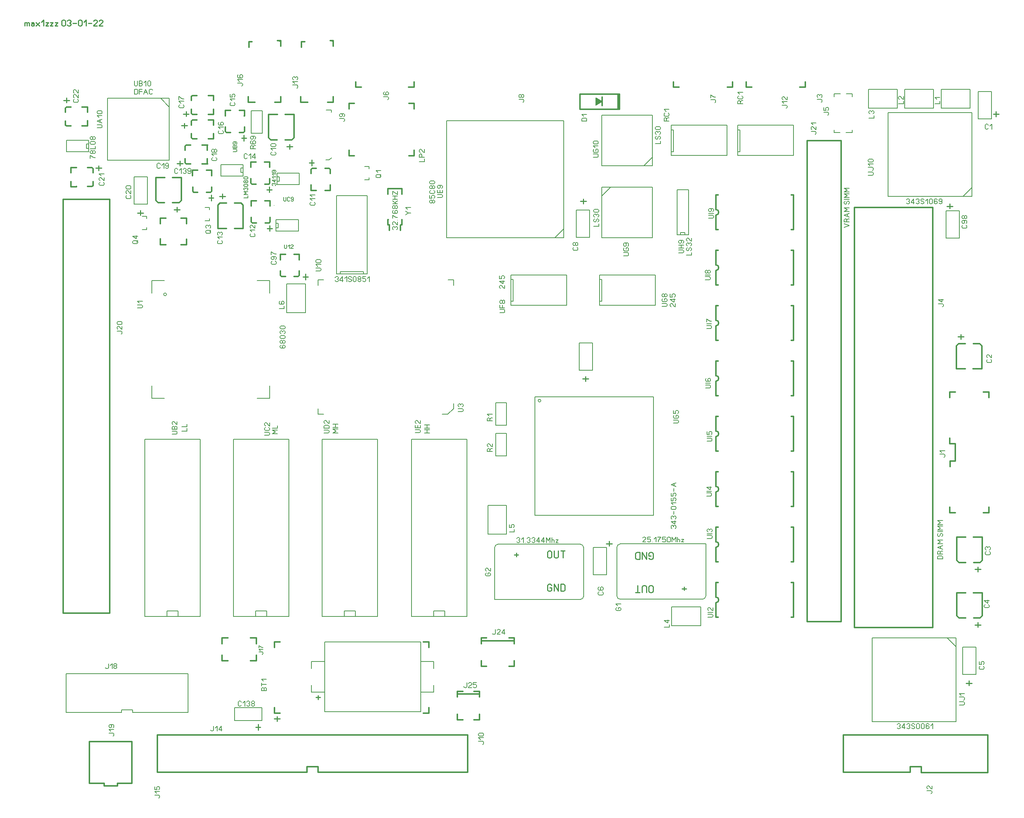
<source format=gbr>
%FSLAX34Y34*%
%MOMM*%
%LNSILK_TOP*%
G71*
G01*
%ADD10C,0.150*%
%ADD11C,0.206*%
%ADD12C,0.300*%
%ADD13C,0.159*%
%ADD14C,0.278*%
%ADD15C,0.200*%
%ADD16C,0.286*%
%ADD17C,0.238*%
%ADD18C,0.222*%
%LPD*%
G54D10*
X1978366Y800763D02*
X1978366Y608763D01*
X2170368Y608763D01*
X2170368Y800763D01*
X1978366Y800763D01*
G54D10*
X2150368Y608763D02*
X2170368Y628763D01*
G54D11*
X1932646Y657098D02*
X1942035Y657098D01*
X1943480Y657964D01*
X1944202Y659698D01*
X1944202Y661431D01*
X1943480Y663164D01*
X1942035Y664031D01*
X1932646Y664031D01*
G54D11*
X1932646Y675008D02*
X1942035Y675008D01*
X1943480Y674142D01*
X1944202Y672408D01*
X1944202Y670675D01*
X1943480Y668942D01*
X1942035Y668075D01*
G54D11*
X1936980Y679052D02*
X1932646Y683385D01*
X1944202Y683385D01*
G54D11*
X1934813Y694362D02*
X1942035Y694362D01*
X1943480Y693496D01*
X1944202Y691762D01*
X1944202Y690029D01*
X1943480Y688296D01*
X1942035Y687429D01*
X1934813Y687429D01*
X1933369Y688296D01*
X1932646Y690029D01*
X1932646Y691762D01*
X1933369Y693496D01*
X1934813Y694362D01*
G54D11*
X2020875Y600708D02*
X2021742Y602152D01*
X2023475Y602874D01*
X2025208Y602874D01*
X2026942Y602152D01*
X2027808Y600708D01*
X2027808Y599263D01*
X2026942Y597819D01*
X2025208Y597097D01*
X2026942Y596374D01*
X2027808Y594930D01*
X2027808Y593486D01*
X2026942Y592041D01*
X2025208Y591319D01*
X2023475Y591319D01*
X2021742Y592041D01*
X2020875Y593486D01*
G54D11*
X2037052Y591319D02*
X2037052Y602874D01*
X2031852Y595652D01*
X2031852Y594208D01*
X2038785Y594208D01*
G54D11*
X2042829Y600708D02*
X2043696Y602152D01*
X2045429Y602874D01*
X2047162Y602874D01*
X2048896Y602152D01*
X2049762Y600708D01*
X2049762Y599263D01*
X2048896Y597819D01*
X2047162Y597097D01*
X2048896Y596374D01*
X2049762Y594930D01*
X2049762Y593486D01*
X2048896Y592041D01*
X2047162Y591319D01*
X2045429Y591319D01*
X2043696Y592041D01*
X2042829Y593486D01*
G54D11*
X2053806Y593486D02*
X2054673Y592041D01*
X2056406Y591319D01*
X2058139Y591319D01*
X2059872Y592041D01*
X2060739Y593486D01*
X2060739Y594930D01*
X2059872Y596374D01*
X2058139Y597097D01*
X2056406Y597097D01*
X2054673Y597819D01*
X2053806Y599263D01*
X2053806Y600708D01*
X2054673Y602152D01*
X2056406Y602874D01*
X2058139Y602874D01*
X2059872Y602152D01*
X2060739Y600708D01*
G54D11*
X2064782Y598541D02*
X2069116Y602874D01*
X2069116Y591319D01*
G54D11*
X2080093Y600708D02*
X2080093Y593486D01*
X2079226Y592041D01*
X2077493Y591319D01*
X2075760Y591319D01*
X2074026Y592041D01*
X2073160Y593486D01*
X2073160Y600708D01*
X2074026Y602152D01*
X2075760Y602874D01*
X2077493Y602874D01*
X2079226Y602152D01*
X2080093Y600708D01*
G54D11*
X2091070Y600708D02*
X2090204Y602152D01*
X2088470Y602874D01*
X2086736Y602874D01*
X2085004Y602152D01*
X2084136Y600708D01*
X2084136Y597097D01*
X2084136Y596374D01*
X2086736Y597819D01*
X2088470Y597819D01*
X2090204Y597097D01*
X2091070Y595652D01*
X2091070Y593486D01*
X2090204Y592041D01*
X2088470Y591319D01*
X2086736Y591319D01*
X2085004Y592041D01*
X2084136Y593486D01*
X2084136Y597097D01*
G54D11*
X2095114Y593486D02*
X2095980Y592041D01*
X2097714Y591319D01*
X2099448Y591319D01*
X2101182Y592041D01*
X2102048Y593486D01*
X2102048Y597097D01*
X2102048Y597819D01*
X2099448Y596374D01*
X2097714Y596374D01*
X2095980Y597097D01*
X2095114Y598541D01*
X2095114Y600708D01*
X2095980Y602152D01*
X2097714Y602874D01*
X2099448Y602874D01*
X2101182Y602152D01*
X2102048Y600708D01*
X2102048Y597097D01*
G54D12*
X1793081Y736600D02*
X1870869Y736600D01*
X1870869Y-366712D01*
X1793081Y-366712D01*
X1793081Y736600D01*
G54D11*
X1801789Y757648D02*
X1811178Y757648D01*
X1812622Y756781D01*
X1813344Y755048D01*
X1813344Y753314D01*
X1812622Y751581D01*
X1811178Y750714D01*
G54D11*
X1813344Y768625D02*
X1813344Y761692D01*
X1812622Y761692D01*
X1811178Y762558D01*
X1806844Y767758D01*
X1805400Y768625D01*
X1803955Y768625D01*
X1802511Y767758D01*
X1801789Y766025D01*
X1801789Y764292D01*
X1802511Y762558D01*
X1803955Y761692D01*
G54D11*
X1806122Y772668D02*
X1801789Y777002D01*
X1813344Y777002D01*
G54D11*
X1877916Y537374D02*
X1889472Y541707D01*
X1877916Y546040D01*
G54D11*
X1883694Y553551D02*
X1885138Y556151D01*
X1886583Y557018D01*
X1889472Y557018D01*
G54D11*
X1889472Y550084D02*
X1877916Y550084D01*
X1877916Y554418D01*
X1878638Y556151D01*
X1880083Y557018D01*
X1881527Y557018D01*
X1882972Y556151D01*
X1883694Y554418D01*
X1883694Y550084D01*
G54D11*
X1889472Y561062D02*
X1877916Y565395D01*
X1889472Y569728D01*
G54D11*
X1885138Y562795D02*
X1885138Y567995D01*
G54D11*
X1889472Y573772D02*
X1877916Y573772D01*
X1885138Y578106D01*
X1877916Y582439D01*
X1889472Y582439D01*
G54D11*
X1887305Y590700D02*
X1888749Y591567D01*
X1889472Y593300D01*
X1889472Y595034D01*
X1888749Y596767D01*
X1887305Y597634D01*
X1885860Y597634D01*
X1884416Y596767D01*
X1883694Y595034D01*
X1883694Y593300D01*
X1882972Y591567D01*
X1881527Y590700D01*
X1880083Y590700D01*
X1878638Y591567D01*
X1877916Y593300D01*
X1877916Y595034D01*
X1878638Y596767D01*
X1880083Y597634D01*
G54D11*
X1889472Y601678D02*
X1877916Y601678D01*
G54D11*
X1889472Y605722D02*
X1877916Y605722D01*
X1885138Y610055D01*
X1877916Y614388D01*
X1889472Y614388D01*
G54D11*
X1889472Y618432D02*
X1877916Y618432D01*
X1885138Y622766D01*
X1877916Y627099D01*
X1889472Y627099D01*
G54D12*
X1901031Y583406D02*
X2080420Y583406D01*
X2080420Y-380206D01*
X1901031Y-380206D01*
X1901031Y583406D01*
G54D11*
X2093606Y362434D02*
X2102994Y362434D01*
X2104439Y361568D01*
X2105161Y359834D01*
X2105161Y358101D01*
X2104439Y356368D01*
X2102994Y355501D01*
G54D11*
X2105161Y371678D02*
X2093606Y371678D01*
X2100828Y366478D01*
X2102272Y366478D01*
X2102272Y373411D01*
G54D11*
X2103268Y-223206D02*
X2091712Y-223206D01*
X2091712Y-218873D01*
X2092435Y-217140D01*
X2093879Y-216273D01*
X2101102Y-216273D01*
X2102546Y-217140D01*
X2103268Y-218873D01*
X2103268Y-223206D01*
G54D11*
X2097490Y-208762D02*
X2098934Y-206162D01*
X2100379Y-205296D01*
X2103268Y-205296D01*
G54D11*
X2103268Y-212229D02*
X2091712Y-212229D01*
X2091712Y-207896D01*
X2092435Y-206162D01*
X2093879Y-205296D01*
X2095324Y-205296D01*
X2096768Y-206162D01*
X2097490Y-207896D01*
X2097490Y-212229D01*
G54D11*
X2103268Y-201252D02*
X2091712Y-196919D01*
X2103268Y-192586D01*
G54D11*
X2098934Y-199519D02*
X2098934Y-194319D01*
G54D11*
X2103268Y-188541D02*
X2091712Y-188541D01*
X2098934Y-184208D01*
X2091712Y-179874D01*
X2103268Y-179874D01*
G54D11*
X2101102Y-171613D02*
X2102546Y-170746D01*
X2103268Y-169013D01*
X2103268Y-167280D01*
X2102546Y-165546D01*
X2101102Y-164680D01*
X2099657Y-164680D01*
X2098212Y-165546D01*
X2097490Y-167280D01*
X2097490Y-169013D01*
X2096768Y-170746D01*
X2095324Y-171613D01*
X2093879Y-171613D01*
X2092435Y-170746D01*
X2091712Y-169013D01*
X2091712Y-167280D01*
X2092435Y-165546D01*
X2093879Y-164680D01*
G54D11*
X2103268Y-160636D02*
X2091712Y-160636D01*
G54D11*
X2103268Y-156592D02*
X2091712Y-156592D01*
X2098934Y-152259D01*
X2091712Y-147926D01*
X2103268Y-147926D01*
G54D11*
X2103268Y-143881D02*
X2091712Y-143881D01*
X2098934Y-139548D01*
X2091712Y-135214D01*
X2103268Y-135214D01*
G54D10*
X1942173Y-596464D02*
X2134174Y-596464D01*
X2134174Y-404464D01*
X1942173Y-404464D01*
X1942173Y-596464D01*
G54D10*
X2134174Y-424464D02*
X2114174Y-404464D01*
G54D11*
X2141787Y-557832D02*
X2151176Y-557832D01*
X2152620Y-556966D01*
X2153342Y-555232D01*
X2153342Y-553500D01*
X2152620Y-551766D01*
X2151176Y-550900D01*
X2141787Y-550900D01*
G54D11*
X2141787Y-539922D02*
X2151176Y-539922D01*
X2152620Y-540789D01*
X2153342Y-542522D01*
X2153342Y-544256D01*
X2152620Y-545989D01*
X2151176Y-546856D01*
G54D11*
X2146120Y-535878D02*
X2141787Y-531546D01*
X2153342Y-531546D01*
G54D11*
X1999644Y-603104D02*
X2000510Y-601659D01*
X2002244Y-600937D01*
X2003978Y-600937D01*
X2005710Y-601659D01*
X2006578Y-603104D01*
X2006578Y-604548D01*
X2005710Y-605992D01*
X2003978Y-606715D01*
X2005710Y-607437D01*
X2006578Y-608882D01*
X2006578Y-610326D01*
X2005710Y-611770D01*
X2003978Y-612492D01*
X2002244Y-612492D01*
X2000510Y-611770D01*
X1999644Y-610326D01*
G54D11*
X2015821Y-612492D02*
X2015821Y-600937D01*
X2010621Y-608159D01*
X2010621Y-609604D01*
X2017554Y-609604D01*
G54D11*
X2021598Y-603104D02*
X2022464Y-601659D01*
X2024198Y-600937D01*
X2025932Y-600937D01*
X2027664Y-601659D01*
X2028532Y-603104D01*
X2028532Y-604548D01*
X2027664Y-605992D01*
X2025932Y-606715D01*
X2027664Y-607437D01*
X2028532Y-608882D01*
X2028532Y-610326D01*
X2027664Y-611770D01*
X2025932Y-612492D01*
X2024198Y-612492D01*
X2022464Y-611770D01*
X2021598Y-610326D01*
G54D11*
X2032575Y-610326D02*
X2033442Y-611770D01*
X2035175Y-612492D01*
X2036908Y-612492D01*
X2038642Y-611770D01*
X2039508Y-610326D01*
X2039508Y-608882D01*
X2038642Y-607437D01*
X2036908Y-606715D01*
X2035175Y-606715D01*
X2033442Y-605992D01*
X2032575Y-604548D01*
X2032575Y-603104D01*
X2033442Y-601659D01*
X2035175Y-600937D01*
X2036908Y-600937D01*
X2038642Y-601659D01*
X2039508Y-603104D01*
G54D11*
X2050486Y-603104D02*
X2050486Y-610326D01*
X2049618Y-611770D01*
X2047886Y-612492D01*
X2046152Y-612492D01*
X2044418Y-611770D01*
X2043552Y-610326D01*
X2043552Y-603104D01*
X2044418Y-601659D01*
X2046152Y-600937D01*
X2047886Y-600937D01*
X2049618Y-601659D01*
X2050486Y-603104D01*
G54D11*
X2061462Y-603104D02*
X2061462Y-610326D01*
X2060596Y-611770D01*
X2058862Y-612492D01*
X2057129Y-612492D01*
X2055396Y-611770D01*
X2054529Y-610326D01*
X2054529Y-603104D01*
X2055396Y-601659D01*
X2057129Y-600937D01*
X2058862Y-600937D01*
X2060596Y-601659D01*
X2061462Y-603104D01*
G54D11*
X2072440Y-603104D02*
X2071572Y-601659D01*
X2069840Y-600937D01*
X2068106Y-600937D01*
X2066372Y-601659D01*
X2065506Y-603104D01*
X2065506Y-606715D01*
X2065506Y-607437D01*
X2068106Y-605992D01*
X2069840Y-605992D01*
X2071572Y-606715D01*
X2072440Y-608159D01*
X2072440Y-610326D01*
X2071572Y-611770D01*
X2069840Y-612492D01*
X2068106Y-612492D01*
X2066372Y-611770D01*
X2065506Y-610326D01*
X2065506Y-606715D01*
G54D11*
X2076483Y-605270D02*
X2080817Y-600937D01*
X2080817Y-612492D01*
G54D12*
X1756639Y612157D02*
X1761834Y612157D01*
X1761834Y532143D01*
X1761906Y532071D01*
X1756855Y532071D01*
X1756783Y531998D01*
G54D12*
X1588869Y612157D02*
X1583674Y612157D01*
X1583865Y578424D01*
G54D12*
G75*
G01X1583865Y565724D02*
G03X1583865Y578424I0J6350D01*
G01*
G54D12*
X1588724Y531998D02*
X1588652Y532071D01*
X1583601Y532071D01*
X1583674Y532143D01*
X1583865Y565724D01*
G54D11*
X1567062Y558695D02*
X1576450Y558695D01*
X1577895Y559562D01*
X1578617Y561295D01*
X1578617Y563029D01*
X1577895Y564762D01*
X1576450Y565629D01*
X1567062Y565629D01*
G54D11*
X1578617Y569672D02*
X1567062Y569672D01*
G54D11*
X1576450Y573716D02*
X1577895Y574583D01*
X1578617Y576316D01*
X1578617Y578050D01*
X1577895Y579783D01*
X1576450Y580650D01*
X1572839Y580650D01*
X1572117Y580650D01*
X1573562Y578050D01*
X1573562Y576316D01*
X1572839Y574583D01*
X1571395Y573716D01*
X1569228Y573716D01*
X1567784Y574583D01*
X1567062Y576316D01*
X1567062Y578050D01*
X1567784Y579783D01*
X1569228Y580650D01*
X1572839Y580650D01*
G54D12*
X1756639Y485157D02*
X1761834Y485157D01*
X1761834Y405143D01*
X1761906Y405071D01*
X1756855Y405071D01*
X1756783Y404998D01*
G54D12*
X1588869Y485157D02*
X1583674Y485157D01*
X1583865Y451424D01*
G54D12*
G75*
G01X1583865Y438724D02*
G03X1583865Y451424I0J6350D01*
G01*
G54D12*
X1588724Y404998D02*
X1588652Y405071D01*
X1583601Y405071D01*
X1583674Y405143D01*
X1583865Y438724D01*
G54D11*
X1559124Y417408D02*
X1568512Y417408D01*
X1569957Y418275D01*
X1570679Y420008D01*
X1570679Y421742D01*
X1569957Y423475D01*
X1568512Y424342D01*
X1559124Y424342D01*
G54D11*
X1570679Y428385D02*
X1559124Y428385D01*
G54D11*
X1564901Y436763D02*
X1564901Y435029D01*
X1564179Y433296D01*
X1562734Y432429D01*
X1561290Y432429D01*
X1559846Y433296D01*
X1559124Y435029D01*
X1559124Y436763D01*
X1559846Y438496D01*
X1561290Y439363D01*
X1562734Y439363D01*
X1564179Y438496D01*
X1564901Y436763D01*
X1565624Y438496D01*
X1567068Y439363D01*
X1568512Y439363D01*
X1569957Y438496D01*
X1570679Y436763D01*
X1570679Y435029D01*
X1569957Y433296D01*
X1568512Y432429D01*
X1567068Y432429D01*
X1565624Y433296D01*
X1564901Y435029D01*
G54D12*
X1756639Y358157D02*
X1761834Y358157D01*
X1761834Y278143D01*
X1761906Y278071D01*
X1756855Y278071D01*
X1756783Y277998D01*
G54D12*
X1588869Y358157D02*
X1583674Y358157D01*
X1583865Y324424D01*
G54D12*
G75*
G01X1583865Y311724D02*
G03X1583865Y324424I0J6350D01*
G01*
G54D12*
X1588724Y277998D02*
X1588652Y278071D01*
X1583601Y278071D01*
X1583674Y278143D01*
X1583865Y311724D01*
G54D11*
X1562332Y305549D02*
X1571721Y305549D01*
X1573166Y306416D01*
X1573888Y308149D01*
X1573888Y309883D01*
X1573166Y311616D01*
X1571721Y312483D01*
X1562332Y312483D01*
G54D11*
X1573888Y316526D02*
X1562332Y316526D01*
G54D11*
X1562332Y320570D02*
X1562332Y327504D01*
X1563777Y326637D01*
X1565944Y324904D01*
X1568832Y323170D01*
X1570999Y322304D01*
X1573888Y322304D01*
G54D12*
X1756639Y231157D02*
X1761834Y231157D01*
X1761834Y151144D01*
X1761906Y151072D01*
X1756855Y151072D01*
X1756783Y150998D01*
G54D12*
X1588869Y231157D02*
X1583674Y231157D01*
X1583865Y197424D01*
G54D12*
G75*
G01X1583865Y184724D02*
G03X1583865Y197424I0J6350D01*
G01*
G54D12*
X1588724Y150998D02*
X1588652Y151072D01*
X1583601Y151072D01*
X1583674Y151144D01*
X1583865Y184724D01*
G54D11*
X1559918Y168964D02*
X1569306Y168964D01*
X1570751Y169831D01*
X1571473Y171564D01*
X1571473Y173298D01*
X1570751Y175031D01*
X1569306Y175898D01*
X1559918Y175898D01*
G54D11*
X1571473Y179942D02*
X1559918Y179942D01*
G54D11*
X1562084Y190919D02*
X1560640Y190052D01*
X1559918Y188319D01*
X1559918Y186586D01*
X1560640Y184852D01*
X1562084Y183986D01*
X1565695Y183986D01*
X1566418Y183986D01*
X1564973Y186586D01*
X1564973Y188319D01*
X1565695Y190052D01*
X1567140Y190919D01*
X1569306Y190919D01*
X1570751Y190052D01*
X1571473Y188319D01*
X1571473Y186586D01*
X1570751Y184852D01*
X1569306Y183986D01*
X1565695Y183986D01*
G54D12*
X1756639Y104158D02*
X1761834Y104158D01*
X1761834Y24144D01*
X1761906Y24072D01*
X1756855Y24072D01*
X1756783Y23998D01*
G54D12*
X1588869Y104158D02*
X1583674Y104158D01*
X1583865Y70424D01*
G54D12*
G75*
G01X1583865Y57724D02*
G03X1583865Y70424I0J6350D01*
G01*
G54D12*
X1588724Y23998D02*
X1588652Y24072D01*
X1583601Y24072D01*
X1583674Y24144D01*
X1583865Y57724D01*
G54D11*
X1563256Y47122D02*
X1572645Y47122D01*
X1574090Y47989D01*
X1574812Y49722D01*
X1574812Y51456D01*
X1574090Y53189D01*
X1572645Y54056D01*
X1563256Y54056D01*
G54D11*
X1574812Y58100D02*
X1563256Y58100D01*
G54D11*
X1563256Y69077D02*
X1563256Y62144D01*
X1568312Y62144D01*
X1568312Y63010D01*
X1567590Y64744D01*
X1567590Y66477D01*
X1568312Y68210D01*
X1569756Y69077D01*
X1572645Y69077D01*
X1574090Y68210D01*
X1574812Y66477D01*
X1574812Y64744D01*
X1574090Y63010D01*
X1572645Y62144D01*
G54D12*
X1756639Y-22842D02*
X1761834Y-22842D01*
X1761834Y-102856D01*
X1761906Y-102928D01*
X1756855Y-102928D01*
X1756783Y-103002D01*
G54D12*
X1588869Y-22842D02*
X1583674Y-22842D01*
X1583865Y-56576D01*
G54D12*
G75*
G01X1583865Y-69276D02*
G03X1583865Y-56576I0J6350D01*
G01*
G54D12*
X1588724Y-103002D02*
X1588652Y-102928D01*
X1583601Y-102928D01*
X1583674Y-102856D01*
X1583865Y-69276D01*
G54D11*
X1562220Y-78620D02*
X1571610Y-78620D01*
X1573054Y-77753D01*
X1573776Y-76020D01*
X1573776Y-74286D01*
X1573054Y-72553D01*
X1571610Y-71686D01*
X1562220Y-71686D01*
G54D11*
X1573776Y-67642D02*
X1562220Y-67642D01*
G54D11*
X1573776Y-58398D02*
X1562220Y-58398D01*
X1569442Y-63598D01*
X1570887Y-63598D01*
X1570887Y-56665D01*
G54D12*
X1756639Y-149842D02*
X1761834Y-149842D01*
X1761834Y-229856D01*
X1761906Y-229928D01*
X1756855Y-229928D01*
X1756783Y-230002D01*
G54D12*
X1588869Y-149842D02*
X1583674Y-149842D01*
X1583865Y-183576D01*
G54D12*
G75*
G01X1583865Y-196276D02*
G03X1583865Y-183576I0J6350D01*
G01*
G54D12*
X1588724Y-230002D02*
X1588652Y-229928D01*
X1583601Y-229928D01*
X1583674Y-229856D01*
X1583865Y-196276D01*
G54D11*
X1563402Y-175994D02*
X1572792Y-175994D01*
X1574236Y-175128D01*
X1574958Y-173394D01*
X1574958Y-171661D01*
X1574236Y-169928D01*
X1572792Y-169061D01*
X1563402Y-169061D01*
G54D11*
X1574958Y-165018D02*
X1563402Y-165018D01*
G54D11*
X1565569Y-160974D02*
X1564124Y-160107D01*
X1563402Y-158374D01*
X1563402Y-156640D01*
X1564124Y-154907D01*
X1565569Y-154040D01*
X1567014Y-154040D01*
X1568458Y-154907D01*
X1569180Y-156640D01*
X1569902Y-154907D01*
X1571347Y-154040D01*
X1572792Y-154040D01*
X1574236Y-154907D01*
X1574958Y-156640D01*
X1574958Y-158374D01*
X1574236Y-160107D01*
X1572792Y-160974D01*
G54D12*
X1756639Y-276842D02*
X1761834Y-276842D01*
X1761834Y-356856D01*
X1761906Y-356928D01*
X1756855Y-356928D01*
X1756783Y-357002D01*
G54D12*
X1588869Y-276842D02*
X1583674Y-276842D01*
X1583865Y-310576D01*
G54D12*
G75*
G01X1583865Y-323276D02*
G03X1583865Y-310576I0J6350D01*
G01*
G54D12*
X1588724Y-357002D02*
X1588652Y-356928D01*
X1583601Y-356928D01*
X1583674Y-356856D01*
X1583865Y-323276D01*
G54D11*
X1565076Y-356662D02*
X1574464Y-356662D01*
X1575909Y-355796D01*
X1576631Y-354062D01*
X1576631Y-352329D01*
X1575909Y-350596D01*
X1574464Y-349729D01*
X1565076Y-349729D01*
G54D11*
X1576631Y-345686D02*
X1565076Y-345686D01*
G54D11*
X1576631Y-334708D02*
X1576631Y-341642D01*
X1575909Y-341642D01*
X1574464Y-340775D01*
X1570131Y-335575D01*
X1568686Y-334708D01*
X1567242Y-334708D01*
X1565798Y-335575D01*
X1565076Y-337308D01*
X1565076Y-339042D01*
X1565798Y-340775D01*
X1567242Y-341642D01*
G54D10*
X1440936Y148957D02*
X1168937Y148957D01*
X1168937Y-123043D01*
X1440936Y-123043D01*
X1440936Y148957D01*
G54D10*
G75*
G01X1182512Y140132D02*
G03X1182512Y140132I-3175J0D01*
G01*
G54D11*
X1486334Y88869D02*
X1495722Y88869D01*
X1497167Y89736D01*
X1497889Y91469D01*
X1497889Y93202D01*
X1497167Y94936D01*
X1495722Y95802D01*
X1486334Y95802D01*
G54D11*
X1492112Y103312D02*
X1492112Y106779D01*
X1495722Y106779D01*
X1497167Y105912D01*
X1497889Y104179D01*
X1497889Y102446D01*
X1497167Y100712D01*
X1495722Y99846D01*
X1488500Y99846D01*
X1487056Y100712D01*
X1486334Y102446D01*
X1486334Y104179D01*
X1487056Y105912D01*
X1488500Y106779D01*
G54D11*
X1486334Y117756D02*
X1486334Y110823D01*
X1491389Y110823D01*
X1491389Y111690D01*
X1490667Y113423D01*
X1490667Y115156D01*
X1491389Y116890D01*
X1492834Y117756D01*
X1495722Y117756D01*
X1497167Y116890D01*
X1497889Y115156D01*
X1497889Y113423D01*
X1497167Y111690D01*
X1495722Y110823D01*
G54D11*
X1483067Y-153192D02*
X1481623Y-152325D01*
X1480900Y-150592D01*
X1480900Y-148858D01*
X1481623Y-147125D01*
X1483067Y-146258D01*
X1484512Y-146258D01*
X1485956Y-147125D01*
X1486678Y-148858D01*
X1487400Y-147125D01*
X1488845Y-146258D01*
X1490290Y-146258D01*
X1491734Y-147125D01*
X1492456Y-148858D01*
X1492456Y-150592D01*
X1491734Y-152325D01*
X1490290Y-153192D01*
G54D11*
X1492456Y-137014D02*
X1480900Y-137014D01*
X1488123Y-142214D01*
X1489567Y-142214D01*
X1489567Y-135281D01*
G54D11*
X1483067Y-131238D02*
X1481623Y-130371D01*
X1480900Y-128638D01*
X1480900Y-126904D01*
X1481623Y-125171D01*
X1483067Y-124304D01*
X1484512Y-124304D01*
X1485956Y-125171D01*
X1486678Y-126904D01*
X1487400Y-125171D01*
X1488845Y-124304D01*
X1490290Y-124304D01*
X1491734Y-125171D01*
X1492456Y-126904D01*
X1492456Y-128638D01*
X1491734Y-130371D01*
X1490290Y-131238D01*
G54D11*
X1487400Y-120260D02*
X1487400Y-113327D01*
G54D11*
X1483067Y-102350D02*
X1490290Y-102350D01*
X1491734Y-103217D01*
X1492456Y-104950D01*
X1492456Y-106684D01*
X1491734Y-108417D01*
X1490290Y-109284D01*
X1483067Y-109284D01*
X1481623Y-108417D01*
X1480900Y-106684D01*
X1480900Y-104950D01*
X1481623Y-103217D01*
X1483067Y-102350D01*
G54D11*
X1485234Y-98306D02*
X1480900Y-93973D01*
X1492456Y-93973D01*
G54D11*
X1480900Y-82996D02*
X1480900Y-89930D01*
X1485956Y-89930D01*
X1485956Y-89063D01*
X1485234Y-87330D01*
X1485234Y-85596D01*
X1485956Y-83863D01*
X1487400Y-82996D01*
X1490290Y-82996D01*
X1491734Y-83863D01*
X1492456Y-85596D01*
X1492456Y-87330D01*
X1491734Y-89063D01*
X1490290Y-89930D01*
G54D11*
X1480900Y-72019D02*
X1480900Y-78952D01*
X1485956Y-78952D01*
X1485956Y-78086D01*
X1485234Y-76352D01*
X1485234Y-74619D01*
X1485956Y-72886D01*
X1487400Y-72019D01*
X1490290Y-72019D01*
X1491734Y-72886D01*
X1492456Y-74619D01*
X1492456Y-76352D01*
X1491734Y-78086D01*
X1490290Y-78952D01*
G54D11*
X1487400Y-67976D02*
X1487400Y-61042D01*
G54D11*
X1492456Y-56998D02*
X1480900Y-52665D01*
X1492456Y-48332D01*
G54D11*
X1488123Y-55265D02*
X1488123Y-50065D01*
G54D10*
X1438301Y513742D02*
X1438301Y629742D01*
X1322301Y629742D01*
X1322301Y513742D01*
X1438301Y513742D01*
G54D10*
X1342301Y629742D02*
X1322301Y609742D01*
G54D11*
X1371890Y472570D02*
X1381278Y472570D01*
X1382723Y473437D01*
X1383445Y475170D01*
X1383445Y476904D01*
X1382723Y478637D01*
X1381278Y479504D01*
X1371890Y479504D01*
G54D11*
X1377667Y487014D02*
X1377667Y490481D01*
X1381278Y490481D01*
X1382723Y489614D01*
X1383445Y487881D01*
X1383445Y486148D01*
X1382723Y484414D01*
X1381278Y483548D01*
X1374056Y483548D01*
X1372612Y484414D01*
X1371890Y486148D01*
X1371890Y487881D01*
X1372612Y489614D01*
X1374056Y490481D01*
G54D11*
X1381278Y494524D02*
X1382723Y495391D01*
X1383445Y497124D01*
X1383445Y498858D01*
X1382723Y500591D01*
X1381278Y501458D01*
X1377667Y501458D01*
X1376945Y501458D01*
X1378390Y498858D01*
X1378390Y497124D01*
X1377667Y495391D01*
X1376223Y494524D01*
X1374056Y494524D01*
X1372612Y495391D01*
X1371890Y497124D01*
X1371890Y498858D01*
X1372612Y500591D01*
X1374056Y501458D01*
X1377667Y501458D01*
G54D11*
X1303758Y539694D02*
X1315313Y539694D01*
X1315313Y545761D01*
G54D11*
X1313147Y549806D02*
X1314591Y550672D01*
X1315313Y552406D01*
X1315313Y554139D01*
X1314591Y555872D01*
X1313147Y556739D01*
X1311702Y556739D01*
X1310258Y555872D01*
X1309536Y554139D01*
X1309536Y552406D01*
X1308813Y550672D01*
X1307369Y549806D01*
X1305924Y549806D01*
X1304480Y550672D01*
X1303758Y552406D01*
X1303758Y554139D01*
X1304480Y555872D01*
X1305924Y556739D01*
G54D11*
X1305924Y560782D02*
X1304480Y561649D01*
X1303758Y563382D01*
X1303758Y565116D01*
X1304480Y566849D01*
X1305924Y567716D01*
X1307369Y567716D01*
X1308813Y566849D01*
X1309536Y565116D01*
X1310258Y566849D01*
X1311702Y567716D01*
X1313147Y567716D01*
X1314591Y566849D01*
X1315313Y565116D01*
X1315313Y563382D01*
X1314591Y561649D01*
X1313147Y560782D01*
G54D11*
X1305924Y578693D02*
X1313147Y578693D01*
X1314591Y577826D01*
X1315313Y576093D01*
X1315313Y574360D01*
X1314591Y572626D01*
X1313147Y571760D01*
X1305924Y571760D01*
X1304480Y572626D01*
X1303758Y574360D01*
X1303758Y576093D01*
X1304480Y577826D01*
X1305924Y578693D01*
G54D10*
X1322268Y794624D02*
X1322268Y678624D01*
X1438268Y678624D01*
X1438268Y794624D01*
X1322268Y794624D01*
G54D10*
X1418268Y678624D02*
X1438268Y698624D01*
G54D11*
X1302511Y698560D02*
X1311900Y698560D01*
X1313344Y699427D01*
X1314066Y701160D01*
X1314066Y702894D01*
X1313344Y704627D01*
X1311900Y705494D01*
X1302511Y705494D01*
G54D11*
X1308289Y713004D02*
X1308289Y716471D01*
X1311900Y716471D01*
X1313344Y715604D01*
X1314066Y713871D01*
X1314066Y712137D01*
X1313344Y710404D01*
X1311900Y709537D01*
X1304678Y709537D01*
X1303233Y710404D01*
X1302511Y712137D01*
X1302511Y713871D01*
X1303233Y715604D01*
X1304678Y716471D01*
G54D11*
X1306844Y720514D02*
X1302511Y724848D01*
X1314066Y724848D01*
G54D11*
X1304678Y735825D02*
X1311900Y735825D01*
X1313344Y734958D01*
X1314066Y733225D01*
X1314066Y731491D01*
X1313344Y729758D01*
X1311900Y728891D01*
X1304678Y728891D01*
X1303233Y729758D01*
X1302511Y731491D01*
X1302511Y733225D01*
X1303233Y734958D01*
X1304678Y735825D01*
G54D11*
X1445256Y729673D02*
X1456811Y729673D01*
X1456811Y735740D01*
G54D11*
X1454644Y739784D02*
X1456089Y740650D01*
X1456811Y742384D01*
X1456811Y744117D01*
X1456089Y745850D01*
X1454644Y746717D01*
X1453200Y746717D01*
X1451756Y745850D01*
X1451033Y744117D01*
X1451033Y742384D01*
X1450311Y740650D01*
X1448866Y739784D01*
X1447422Y739784D01*
X1445978Y740650D01*
X1445256Y742384D01*
X1445256Y744117D01*
X1445978Y745850D01*
X1447422Y746717D01*
G54D11*
X1447422Y750761D02*
X1445978Y751628D01*
X1445256Y753361D01*
X1445256Y755094D01*
X1445978Y756828D01*
X1447422Y757694D01*
X1448866Y757694D01*
X1450311Y756828D01*
X1451033Y755094D01*
X1451756Y756828D01*
X1453200Y757694D01*
X1454644Y757694D01*
X1456089Y756828D01*
X1456811Y755094D01*
X1456811Y753361D01*
X1456089Y751628D01*
X1454644Y750761D01*
G54D11*
X1447422Y768671D02*
X1454644Y768671D01*
X1456089Y767804D01*
X1456811Y766071D01*
X1456811Y764338D01*
X1456089Y762604D01*
X1454644Y761738D01*
X1447422Y761738D01*
X1445978Y762604D01*
X1445256Y764338D01*
X1445256Y766071D01*
X1445978Y767804D01*
X1447422Y768671D01*
G54D10*
X1494561Y520520D02*
X1520911Y520520D01*
X1520911Y623419D01*
X1494561Y623419D01*
X1494561Y520520D01*
G54D10*
X1502735Y520517D02*
X1512735Y520517D01*
X1512735Y525517D01*
X1502735Y525517D01*
X1502735Y520517D01*
G54D11*
X1498269Y478842D02*
X1507658Y478842D01*
X1509103Y479709D01*
X1509825Y481442D01*
X1509825Y483176D01*
X1509103Y484909D01*
X1507658Y485776D01*
X1498269Y485776D01*
G54D11*
X1509825Y489819D02*
X1498269Y489819D01*
G54D11*
X1509825Y496753D02*
X1498269Y496753D01*
G54D11*
X1504047Y489819D02*
X1504047Y496753D01*
G54D11*
X1507658Y500796D02*
X1509103Y501663D01*
X1509825Y503396D01*
X1509825Y505130D01*
X1509103Y506863D01*
X1507658Y507730D01*
X1504047Y507730D01*
X1503325Y507730D01*
X1504769Y505130D01*
X1504769Y503396D01*
X1504047Y501663D01*
X1502603Y500796D01*
X1500436Y500796D01*
X1498992Y501663D01*
X1498269Y503396D01*
X1498269Y505130D01*
X1498992Y506863D01*
X1500436Y507730D01*
X1504047Y507730D01*
G54D11*
X1516256Y473570D02*
X1527812Y473570D01*
X1527812Y479637D01*
G54D11*
X1525645Y483681D02*
X1527090Y484548D01*
X1527812Y486281D01*
X1527812Y488015D01*
X1527090Y489748D01*
X1525645Y490615D01*
X1524201Y490615D01*
X1522756Y489748D01*
X1522034Y488015D01*
X1522034Y486281D01*
X1521312Y484548D01*
X1519867Y483681D01*
X1518423Y483681D01*
X1516979Y484548D01*
X1516256Y486281D01*
X1516256Y488015D01*
X1516979Y489748D01*
X1518423Y490615D01*
G54D11*
X1518423Y494658D02*
X1516979Y495525D01*
X1516256Y497258D01*
X1516256Y498992D01*
X1516979Y500725D01*
X1518423Y501592D01*
X1519867Y501592D01*
X1521312Y500725D01*
X1522034Y498992D01*
X1522756Y500725D01*
X1524201Y501592D01*
X1525645Y501592D01*
X1527090Y500725D01*
X1527812Y498992D01*
X1527812Y497258D01*
X1527090Y495525D01*
X1525645Y494658D01*
G54D11*
X1527812Y512569D02*
X1527812Y505635D01*
X1527090Y505635D01*
X1525645Y506502D01*
X1521312Y511702D01*
X1519867Y512569D01*
X1518423Y512569D01*
X1516979Y511702D01*
X1516256Y509969D01*
X1516256Y508235D01*
X1516979Y506502D01*
X1518423Y505635D01*
G54D10*
X1481227Y771598D02*
X1481227Y702072D01*
X1609527Y702072D01*
X1609527Y771598D01*
X1481227Y771598D01*
G54D10*
X1481470Y761110D02*
X1481470Y711110D01*
X1486470Y711110D01*
X1486470Y761110D01*
X1481470Y761110D01*
G54D11*
X1470602Y785067D02*
X1472046Y787667D01*
X1473491Y788533D01*
X1476379Y788533D01*
G54D11*
X1476379Y781600D02*
X1464824Y781600D01*
X1464824Y785933D01*
X1465546Y787667D01*
X1466991Y788533D01*
X1468435Y788533D01*
X1469879Y787667D01*
X1470602Y785933D01*
X1470602Y781600D01*
G54D11*
X1474213Y799510D02*
X1475657Y798644D01*
X1476379Y796910D01*
X1476379Y795177D01*
X1475657Y793444D01*
X1474213Y792577D01*
X1466991Y792577D01*
X1465546Y793444D01*
X1464824Y795177D01*
X1464824Y796910D01*
X1465546Y798644D01*
X1466991Y799510D01*
G54D11*
X1469157Y803554D02*
X1464824Y807887D01*
X1476379Y807887D01*
G54D10*
X1633627Y771598D02*
X1633627Y702072D01*
X1761927Y702072D01*
X1761927Y771598D01*
X1633627Y771598D01*
G54D10*
X1633870Y761110D02*
X1633870Y711110D01*
X1638870Y711110D01*
X1638870Y761110D01*
X1633870Y761110D01*
G54D11*
X1639671Y824754D02*
X1641115Y827354D01*
X1642560Y828221D01*
X1645448Y828221D01*
G54D11*
X1645448Y821288D02*
X1633893Y821288D01*
X1633893Y825621D01*
X1634615Y827354D01*
X1636060Y828221D01*
X1637504Y828221D01*
X1638948Y827354D01*
X1639671Y825621D01*
X1639671Y821288D01*
G54D11*
X1643282Y839198D02*
X1644726Y838331D01*
X1645448Y836598D01*
X1645448Y834864D01*
X1644726Y833131D01*
X1643282Y832264D01*
X1636060Y832264D01*
X1634615Y833131D01*
X1633893Y834864D01*
X1633893Y836598D01*
X1634615Y838331D01*
X1636060Y839198D01*
G54D11*
X1638226Y843242D02*
X1633893Y847575D01*
X1645448Y847575D01*
G54D10*
X966818Y781724D02*
X966818Y513724D01*
X1234818Y513724D01*
X1234818Y781724D01*
X966818Y781724D01*
G54D10*
X1214818Y513724D02*
X1234818Y533724D01*
G54D11*
X945331Y605936D02*
X954720Y605936D01*
X956164Y606802D01*
X956886Y608536D01*
X956886Y610269D01*
X956164Y612002D01*
X954720Y612869D01*
X945331Y612869D01*
G54D11*
X956886Y622979D02*
X956886Y616912D01*
X945331Y616912D01*
X945331Y622979D01*
G54D11*
X951108Y616912D02*
X951108Y622979D01*
G54D11*
X954720Y627024D02*
X956164Y627890D01*
X956886Y629624D01*
X956886Y631357D01*
X956164Y633090D01*
X954720Y633957D01*
X951108Y633957D01*
X950386Y633957D01*
X951831Y631357D01*
X951831Y629624D01*
X951108Y627890D01*
X949664Y627024D01*
X947497Y627024D01*
X946053Y627890D01*
X945331Y629624D01*
X945331Y631357D01*
X946053Y633090D01*
X947497Y633957D01*
X951108Y633957D01*
G54D11*
X933668Y597534D02*
X933668Y595800D01*
X932946Y594067D01*
X931502Y593200D01*
X930057Y593200D01*
X928613Y594067D01*
X927891Y595800D01*
X927891Y597534D01*
X928613Y599267D01*
X930057Y600134D01*
X931502Y600134D01*
X932946Y599267D01*
X933668Y597534D01*
X934391Y599267D01*
X935835Y600134D01*
X937280Y600134D01*
X938724Y599267D01*
X939446Y597534D01*
X939446Y595800D01*
X938724Y594067D01*
X937280Y593200D01*
X935835Y593200D01*
X934391Y594067D01*
X933668Y595800D01*
G54D11*
X927891Y611111D02*
X927891Y604178D01*
X932946Y604178D01*
X932946Y605044D01*
X932224Y606778D01*
X932224Y608511D01*
X932946Y610244D01*
X934391Y611111D01*
X937280Y611111D01*
X938724Y610244D01*
X939446Y608511D01*
X939446Y606778D01*
X938724Y605044D01*
X937280Y604178D01*
G54D11*
X937280Y622088D02*
X938724Y621221D01*
X939446Y619488D01*
X939446Y617754D01*
X938724Y616021D01*
X937280Y615154D01*
X930057Y615154D01*
X928613Y616021D01*
X927891Y617754D01*
X927891Y619488D01*
X928613Y621221D01*
X930057Y622088D01*
G54D11*
X933668Y630465D02*
X933668Y628732D01*
X932946Y626998D01*
X931502Y626132D01*
X930057Y626132D01*
X928613Y626998D01*
X927891Y628732D01*
X927891Y630465D01*
X928613Y632198D01*
X930057Y633065D01*
X931502Y633065D01*
X932946Y632198D01*
X933668Y630465D01*
X934391Y632198D01*
X935835Y633065D01*
X937280Y633065D01*
X938724Y632198D01*
X939446Y630465D01*
X939446Y628732D01*
X938724Y626998D01*
X937280Y626132D01*
X935835Y626132D01*
X934391Y626998D01*
X933668Y628732D01*
G54D11*
X930057Y644042D02*
X937280Y644042D01*
X938724Y643175D01*
X939446Y641442D01*
X939446Y639708D01*
X938724Y637975D01*
X937280Y637108D01*
X930057Y637108D01*
X928613Y637975D01*
X927891Y639708D01*
X927891Y641442D01*
X928613Y643175D01*
X930057Y644042D01*
G54D10*
X1113673Y428482D02*
X1113673Y358958D01*
X1241973Y358958D01*
X1241973Y428482D01*
X1113673Y428482D01*
G54D10*
X1113917Y417996D02*
X1113917Y367996D01*
X1118917Y367996D01*
X1118917Y417996D01*
X1113917Y417996D01*
G54D11*
X1088217Y342135D02*
X1097606Y342135D01*
X1099051Y343002D01*
X1099773Y344735D01*
X1099773Y346468D01*
X1099051Y348202D01*
X1097606Y349068D01*
X1088217Y349068D01*
G54D11*
X1099773Y353112D02*
X1088217Y353112D01*
X1088217Y359178D01*
G54D11*
X1093995Y353112D02*
X1093995Y359178D01*
G54D11*
X1093995Y367556D02*
X1093995Y365823D01*
X1093273Y364090D01*
X1091828Y363223D01*
X1090384Y363223D01*
X1088940Y364090D01*
X1088217Y365823D01*
X1088217Y367556D01*
X1088940Y369290D01*
X1090384Y370156D01*
X1091828Y370156D01*
X1093273Y369290D01*
X1093995Y367556D01*
X1094717Y369290D01*
X1096162Y370156D01*
X1097606Y370156D01*
X1099051Y369290D01*
X1099773Y367556D01*
X1099773Y365823D01*
X1099051Y364090D01*
X1097606Y363223D01*
X1096162Y363223D01*
X1094717Y364090D01*
X1093995Y365823D01*
G54D11*
X1099240Y404713D02*
X1099240Y397780D01*
X1098518Y397780D01*
X1097073Y398646D01*
X1092740Y403846D01*
X1091296Y404713D01*
X1089851Y404713D01*
X1088407Y403846D01*
X1087684Y402113D01*
X1087684Y400380D01*
X1088407Y398646D01*
X1089851Y397780D01*
G54D11*
X1099240Y413957D02*
X1087684Y413957D01*
X1094907Y408757D01*
X1096351Y408757D01*
X1096351Y415690D01*
G54D11*
X1087684Y426667D02*
X1087684Y419734D01*
X1092740Y419734D01*
X1092740Y420600D01*
X1092018Y422334D01*
X1092018Y424067D01*
X1092740Y425800D01*
X1094184Y426667D01*
X1097073Y426667D01*
X1098518Y425800D01*
X1099240Y424067D01*
X1099240Y422334D01*
X1098518Y420600D01*
X1097073Y419734D01*
G54D10*
X1316873Y428482D02*
X1316873Y358958D01*
X1445173Y358958D01*
X1445173Y428482D01*
X1316873Y428482D01*
G54D10*
X1317117Y417996D02*
X1317117Y367996D01*
X1322117Y367996D01*
X1322117Y417996D01*
X1317117Y417996D01*
G54D11*
X1460089Y356026D02*
X1469478Y356026D01*
X1470922Y356892D01*
X1471645Y358626D01*
X1471645Y360359D01*
X1470922Y362092D01*
X1469478Y362959D01*
X1460089Y362959D01*
G54D11*
X1465867Y370469D02*
X1465867Y373936D01*
X1469478Y373936D01*
X1470922Y373069D01*
X1471645Y371336D01*
X1471645Y369602D01*
X1470922Y367869D01*
X1469478Y367002D01*
X1462256Y367002D01*
X1460811Y367869D01*
X1460089Y369602D01*
X1460089Y371336D01*
X1460811Y373069D01*
X1462256Y373936D01*
G54D11*
X1465867Y382313D02*
X1465867Y380580D01*
X1465145Y378846D01*
X1463700Y377980D01*
X1462256Y377980D01*
X1460811Y378846D01*
X1460089Y380580D01*
X1460089Y382313D01*
X1460811Y384046D01*
X1462256Y384913D01*
X1463700Y384913D01*
X1465145Y384046D01*
X1465867Y382313D01*
X1466589Y384046D01*
X1468034Y384913D01*
X1469478Y384913D01*
X1470922Y384046D01*
X1471645Y382313D01*
X1471645Y380580D01*
X1470922Y378846D01*
X1469478Y377980D01*
X1468034Y377980D01*
X1466589Y378846D01*
X1465867Y380580D01*
G54D11*
X1490559Y362644D02*
X1490559Y355711D01*
X1489836Y355711D01*
X1488392Y356578D01*
X1484059Y361778D01*
X1482614Y362644D01*
X1481170Y362644D01*
X1479725Y361778D01*
X1479003Y360044D01*
X1479003Y358311D01*
X1479725Y356578D01*
X1481170Y355711D01*
G54D11*
X1490559Y371888D02*
X1479003Y371888D01*
X1486225Y366688D01*
X1487670Y366688D01*
X1487670Y373621D01*
G54D11*
X1479003Y384598D02*
X1479003Y377665D01*
X1484059Y377665D01*
X1484059Y378532D01*
X1483336Y380265D01*
X1483336Y381998D01*
X1484059Y383732D01*
X1485503Y384598D01*
X1488392Y384598D01*
X1489836Y383732D01*
X1490559Y381998D01*
X1490559Y380265D01*
X1489836Y378532D01*
X1488392Y377665D01*
G54D10*
X714185Y430728D02*
X784535Y430728D01*
X784535Y609826D01*
X714185Y609826D01*
X714185Y430728D01*
G54D10*
X722360Y430728D02*
X776360Y430728D01*
X776360Y435728D01*
X722360Y435728D01*
X722360Y430728D01*
G54D11*
X666848Y437070D02*
X676237Y437070D01*
X677681Y437937D01*
X678404Y439670D01*
X678404Y441404D01*
X677681Y443137D01*
X676237Y444004D01*
X666848Y444004D01*
G54D11*
X671181Y448047D02*
X666848Y452380D01*
X678404Y452380D01*
G54D11*
X669015Y463358D02*
X676237Y463358D01*
X677681Y462491D01*
X678404Y460758D01*
X678404Y459024D01*
X677681Y457291D01*
X676237Y456424D01*
X669015Y456424D01*
X667570Y457291D01*
X666848Y459024D01*
X666848Y460758D01*
X667570Y462491D01*
X669015Y463358D01*
G54D11*
X711266Y422296D02*
X712132Y423741D01*
X713866Y424463D01*
X715599Y424463D01*
X717332Y423741D01*
X718199Y422296D01*
X718199Y420852D01*
X717332Y419408D01*
X715599Y418685D01*
X717332Y417963D01*
X718199Y416519D01*
X718199Y415074D01*
X717332Y413630D01*
X715599Y412908D01*
X713866Y412908D01*
X712132Y413630D01*
X711266Y415074D01*
G54D11*
X727443Y412908D02*
X727443Y424463D01*
X722243Y417241D01*
X722243Y415796D01*
X729176Y415796D01*
G54D11*
X733220Y420130D02*
X737553Y424463D01*
X737553Y412908D01*
G54D11*
X741597Y415074D02*
X742464Y413630D01*
X744197Y412908D01*
X745930Y412908D01*
X747664Y413630D01*
X748530Y415074D01*
X748530Y416519D01*
X747664Y417963D01*
X745930Y418685D01*
X744197Y418685D01*
X742464Y419408D01*
X741597Y420852D01*
X741597Y422296D01*
X742464Y423741D01*
X744197Y424463D01*
X745930Y424463D01*
X747664Y423741D01*
X748530Y422296D01*
G54D11*
X759507Y422296D02*
X759507Y415074D01*
X758640Y413630D01*
X756907Y412908D01*
X755174Y412908D01*
X753440Y413630D01*
X752574Y415074D01*
X752574Y422296D01*
X753440Y423741D01*
X755174Y424463D01*
X756907Y424463D01*
X758640Y423741D01*
X759507Y422296D01*
G54D11*
X767884Y418685D02*
X766151Y418685D01*
X764418Y419408D01*
X763551Y420852D01*
X763551Y422296D01*
X764418Y423741D01*
X766151Y424463D01*
X767884Y424463D01*
X769618Y423741D01*
X770484Y422296D01*
X770484Y420852D01*
X769618Y419408D01*
X767884Y418685D01*
X769618Y417963D01*
X770484Y416519D01*
X770484Y415074D01*
X769618Y413630D01*
X767884Y412908D01*
X766151Y412908D01*
X764418Y413630D01*
X763551Y415074D01*
X763551Y416519D01*
X764418Y417963D01*
X766151Y418685D01*
G54D11*
X781461Y424463D02*
X774528Y424463D01*
X774528Y419408D01*
X775394Y419408D01*
X777128Y420130D01*
X778861Y420130D01*
X780594Y419408D01*
X781461Y417963D01*
X781461Y415074D01*
X780594Y413630D01*
X778861Y412908D01*
X777128Y412908D01*
X775394Y413630D01*
X774528Y415074D01*
G54D11*
X785505Y420130D02*
X789838Y424463D01*
X789838Y412908D01*
G54D12*
X835262Y530334D02*
X835262Y542844D01*
X835032Y543074D01*
X832346Y543075D01*
X832346Y554970D01*
X832422Y555046D01*
G54D12*
X860920Y530334D02*
X860920Y542844D01*
X861150Y543074D01*
X863836Y543075D01*
X863836Y554970D01*
X863760Y555046D01*
G54D12*
X832202Y613784D02*
X832202Y626484D01*
X863952Y626484D01*
X863952Y613784D01*
G54D11*
X872735Y566121D02*
X878512Y570454D01*
X884290Y570454D01*
G54D11*
X878512Y570454D02*
X872735Y574787D01*
G54D11*
X877068Y578832D02*
X872735Y583165D01*
X884290Y583165D01*
G54D11*
X844749Y532231D02*
X843304Y533098D01*
X842582Y534831D01*
X842582Y536565D01*
X843304Y538298D01*
X844749Y539165D01*
X846193Y539165D01*
X847638Y538298D01*
X848360Y536565D01*
X849082Y538298D01*
X850526Y539165D01*
X851971Y539165D01*
X853415Y538298D01*
X854138Y536565D01*
X854138Y534831D01*
X853415Y533098D01*
X851971Y532231D01*
G54D11*
X854138Y550142D02*
X854138Y543208D01*
X853415Y543208D01*
X851971Y544075D01*
X847638Y549275D01*
X846193Y550142D01*
X844749Y550142D01*
X843304Y549275D01*
X842582Y547542D01*
X842582Y545808D01*
X843304Y544075D01*
X844749Y543208D01*
G54D11*
X854138Y554185D02*
X854138Y554185D01*
G54D11*
X842582Y558229D02*
X842582Y565163D01*
X844026Y564296D01*
X846193Y562563D01*
X849082Y560829D01*
X851249Y559963D01*
X854138Y559963D01*
G54D11*
X844749Y576140D02*
X843304Y575273D01*
X842582Y573540D01*
X842582Y571806D01*
X843304Y570073D01*
X844749Y569206D01*
X848360Y569206D01*
X849082Y569206D01*
X847638Y571806D01*
X847638Y573540D01*
X848360Y575273D01*
X849804Y576140D01*
X851971Y576140D01*
X853415Y575273D01*
X854138Y573540D01*
X854138Y571806D01*
X853415Y570073D01*
X851971Y569206D01*
X848360Y569206D01*
G54D11*
X848360Y584517D02*
X848360Y582783D01*
X847638Y581050D01*
X846193Y580183D01*
X844749Y580183D01*
X843304Y581050D01*
X842582Y582783D01*
X842582Y584517D01*
X843304Y586250D01*
X844749Y587117D01*
X846193Y587117D01*
X847638Y586250D01*
X848360Y584517D01*
X849082Y586250D01*
X850526Y587117D01*
X851971Y587117D01*
X853415Y586250D01*
X854138Y584517D01*
X854138Y582783D01*
X853415Y581050D01*
X851971Y580183D01*
X850526Y580183D01*
X849082Y581050D01*
X848360Y582783D01*
G54D11*
X854138Y591160D02*
X842582Y591160D01*
G54D11*
X850526Y591160D02*
X842582Y598094D01*
G54D11*
X848360Y593760D02*
X854138Y598094D01*
G54D11*
X854138Y602137D02*
X842582Y602137D01*
G54D11*
X854138Y609071D02*
X842582Y609071D01*
G54D11*
X848360Y602137D02*
X848360Y609071D01*
G54D11*
X842582Y613114D02*
X842582Y620048D01*
X854138Y613114D01*
X854138Y620048D01*
G54D11*
X1815620Y831242D02*
X1825009Y831242D01*
X1826453Y830375D01*
X1827176Y828642D01*
X1827176Y826909D01*
X1826453Y825175D01*
X1825009Y824309D01*
G54D11*
X1817787Y835286D02*
X1816342Y836152D01*
X1815620Y837886D01*
X1815620Y839619D01*
X1816342Y841352D01*
X1817787Y842219D01*
X1819231Y842219D01*
X1820676Y841352D01*
X1821398Y839619D01*
X1822120Y841352D01*
X1823564Y842219D01*
X1825009Y842219D01*
X1826453Y841352D01*
X1827176Y839619D01*
X1827176Y837886D01*
X1826453Y836152D01*
X1825009Y835286D01*
G54D11*
X1132190Y831241D02*
X1141579Y831241D01*
X1143023Y830374D01*
X1143746Y828641D01*
X1143746Y826908D01*
X1143023Y825174D01*
X1141579Y824308D01*
G54D11*
X1137968Y839618D02*
X1137968Y837885D01*
X1137246Y836151D01*
X1135801Y835285D01*
X1134357Y835285D01*
X1132912Y836151D01*
X1132190Y837885D01*
X1132190Y839618D01*
X1132912Y841351D01*
X1134357Y842218D01*
X1135801Y842218D01*
X1137246Y841351D01*
X1137968Y839618D01*
X1138690Y841351D01*
X1140134Y842218D01*
X1141579Y842218D01*
X1143023Y841351D01*
X1143746Y839618D01*
X1143746Y837885D01*
X1143023Y836151D01*
X1141579Y835285D01*
X1140134Y835285D01*
X1138690Y836151D01*
X1137968Y837885D01*
G54D12*
X1653056Y871100D02*
X1653056Y858908D01*
X1653186Y858779D01*
X1665638Y858779D01*
G54D12*
X1788575Y871100D02*
X1788575Y858908D01*
X1788446Y858779D01*
X1775994Y858779D01*
G54D11*
X1735640Y817557D02*
X1745029Y817557D01*
X1746473Y816690D01*
X1747196Y814957D01*
X1747196Y813224D01*
X1746473Y811490D01*
X1745029Y810624D01*
G54D11*
X1739973Y821601D02*
X1735640Y825934D01*
X1747196Y825934D01*
G54D11*
X1747196Y836911D02*
X1747196Y829978D01*
X1746473Y829978D01*
X1745029Y830844D01*
X1740696Y836044D01*
X1739251Y836911D01*
X1737807Y836911D01*
X1736362Y836044D01*
X1735640Y834311D01*
X1735640Y832578D01*
X1736362Y830844D01*
X1737807Y829978D01*
G54D12*
X1486766Y871100D02*
X1486766Y858908D01*
X1486896Y858779D01*
X1499347Y858779D01*
G54D12*
X1622285Y871100D02*
X1622285Y858908D01*
X1622156Y858779D01*
X1609704Y858779D01*
G54D11*
X1571730Y830257D02*
X1581120Y830257D01*
X1582564Y829390D01*
X1583286Y827657D01*
X1583286Y825924D01*
X1582564Y824190D01*
X1581120Y823324D01*
G54D11*
X1571730Y834301D02*
X1571730Y841234D01*
X1573175Y840367D01*
X1575342Y838634D01*
X1578230Y836901D01*
X1580397Y836034D01*
X1583286Y836034D01*
G54D12*
X758103Y871101D02*
X758103Y858909D01*
X758233Y858779D01*
X770685Y858779D01*
G54D12*
X892035Y871101D02*
X892035Y858909D01*
X891905Y858779D01*
X879454Y858779D01*
G54D11*
X821746Y837227D02*
X831135Y837227D01*
X832579Y836360D01*
X833301Y834627D01*
X833301Y832894D01*
X832579Y831160D01*
X831135Y830294D01*
G54D11*
X823912Y848204D02*
X822468Y847337D01*
X821746Y845604D01*
X821746Y843871D01*
X822468Y842137D01*
X823912Y841271D01*
X827524Y841271D01*
X828246Y841271D01*
X826801Y843871D01*
X826801Y845604D01*
X827524Y847337D01*
X828968Y848204D01*
X831135Y848204D01*
X832579Y847337D01*
X833301Y845604D01*
X833301Y843871D01*
X832579Y842137D01*
X831135Y841271D01*
X827524Y841271D01*
G54D12*
X634041Y950595D02*
X634041Y962871D01*
X633941Y962970D01*
X641227Y962970D01*
X634495Y962895D01*
G54D12*
X706842Y953001D02*
X706842Y965277D01*
X706941Y965376D01*
X699656Y965376D01*
X706387Y965301D01*
G54D12*
X632245Y837114D02*
X632245Y824838D01*
X632145Y824738D01*
X639430Y824738D01*
X647973Y824729D01*
G54D12*
X706769Y837114D02*
X706769Y824838D01*
X706868Y824738D01*
X699583Y824738D01*
X693727Y824729D01*
G54D11*
X613838Y863795D02*
X623227Y863795D01*
X624672Y862929D01*
X625394Y861195D01*
X625394Y859462D01*
X624672Y857729D01*
X623227Y856862D01*
G54D11*
X618172Y867839D02*
X613838Y872172D01*
X625394Y872172D01*
G54D11*
X616005Y876216D02*
X614561Y877083D01*
X613838Y878816D01*
X613838Y880549D01*
X614561Y882283D01*
X616005Y883149D01*
X617450Y883149D01*
X618894Y882283D01*
X619616Y880549D01*
X620338Y882283D01*
X621783Y883149D01*
X623227Y883149D01*
X624672Y882283D01*
X625394Y880549D01*
X625394Y878816D01*
X624672Y877083D01*
X623227Y876216D01*
G54D12*
X513391Y950595D02*
X513391Y962871D01*
X513291Y962970D01*
X520577Y962970D01*
X513845Y962895D01*
G54D12*
X586192Y953001D02*
X586192Y965277D01*
X586291Y965376D01*
X579006Y965376D01*
X585737Y965301D01*
G54D12*
X511595Y837114D02*
X511595Y824838D01*
X511495Y824738D01*
X518780Y824738D01*
X527323Y824729D01*
G54D12*
X586119Y837114D02*
X586119Y824838D01*
X586218Y824738D01*
X578933Y824738D01*
X573077Y824729D01*
G54D11*
X487235Y868161D02*
X496624Y868161D01*
X498069Y867294D01*
X498791Y865561D01*
X498791Y863828D01*
X498069Y862094D01*
X496624Y861228D01*
G54D11*
X491569Y872205D02*
X487235Y876538D01*
X498791Y876538D01*
G54D11*
X489402Y887515D02*
X487958Y886648D01*
X487235Y884915D01*
X487235Y883182D01*
X487958Y881448D01*
X489402Y880582D01*
X493013Y880582D01*
X493735Y880582D01*
X492291Y883182D01*
X492291Y884915D01*
X493013Y886648D01*
X494458Y887515D01*
X496624Y887515D01*
X498069Y886648D01*
X498791Y884915D01*
X498791Y883182D01*
X498069Y881448D01*
X496624Y880582D01*
X493013Y880582D01*
G54D10*
X189121Y691608D02*
X331121Y691608D01*
X331121Y833608D01*
X189121Y833608D01*
X189121Y691608D01*
G54D10*
X331121Y813608D02*
X311121Y833608D01*
G54D11*
X251077Y873501D02*
X251077Y864112D01*
X251944Y862668D01*
X253677Y861946D01*
X255410Y861946D01*
X257144Y862668D01*
X258010Y864112D01*
X258010Y873501D01*
G54D11*
X262054Y861946D02*
X262054Y873501D01*
X266388Y873501D01*
X268121Y872779D01*
X268988Y871334D01*
X268988Y869890D01*
X268121Y868446D01*
X266388Y867723D01*
X268121Y867001D01*
X268988Y865556D01*
X268988Y864112D01*
X268121Y862668D01*
X266388Y861946D01*
X262054Y861946D01*
G54D11*
X262054Y867723D02*
X266388Y867723D01*
G54D11*
X273031Y869168D02*
X277365Y873501D01*
X277365Y861946D01*
G54D11*
X288342Y871334D02*
X288342Y864112D01*
X287475Y862668D01*
X285742Y861946D01*
X284008Y861946D01*
X282275Y862668D01*
X281408Y864112D01*
X281408Y871334D01*
X282275Y872779D01*
X284008Y873501D01*
X285742Y873501D01*
X287475Y872779D01*
X288342Y871334D01*
G54D11*
X251474Y842842D02*
X251474Y854398D01*
X255807Y854398D01*
X257540Y853675D01*
X258407Y852231D01*
X258407Y845009D01*
X257540Y843564D01*
X255807Y842842D01*
X251474Y842842D01*
G54D11*
X262451Y842842D02*
X262451Y854398D01*
X268517Y854398D01*
G54D11*
X262451Y848620D02*
X268517Y848620D01*
G54D11*
X272562Y842842D02*
X276895Y854398D01*
X281228Y842842D01*
G54D11*
X274295Y847175D02*
X279495Y847175D01*
G54D11*
X292206Y845009D02*
X291339Y843564D01*
X289606Y842842D01*
X287873Y842842D01*
X286139Y843564D01*
X285273Y845009D01*
X285273Y852231D01*
X286139Y853675D01*
X287873Y854398D01*
X289606Y854398D01*
X291339Y853675D01*
X292206Y852231D01*
G54D10*
X146010Y710622D02*
X146010Y736972D01*
X94910Y736972D01*
X94910Y710622D01*
X146010Y710622D01*
G54D10*
X146043Y718941D02*
X146043Y728941D01*
X141043Y728941D01*
X141043Y718941D01*
X146043Y718941D01*
G54D11*
X165465Y765860D02*
X174854Y765860D01*
X176298Y766727D01*
X177020Y768460D01*
X177020Y770193D01*
X176298Y771927D01*
X174854Y772793D01*
X165465Y772793D01*
G54D11*
X177020Y776837D02*
X165465Y781170D01*
X177020Y785504D01*
G54D11*
X172687Y778570D02*
X172687Y783770D01*
G54D11*
X169798Y789548D02*
X165465Y793881D01*
X177020Y793881D01*
G54D11*
X167632Y804858D02*
X174854Y804858D01*
X176298Y803992D01*
X177020Y802258D01*
X177020Y800525D01*
X176298Y798792D01*
X174854Y797925D01*
X167632Y797925D01*
X166187Y798792D01*
X165465Y800525D01*
X165465Y802258D01*
X166187Y803992D01*
X167632Y804858D01*
G54D11*
X149725Y695543D02*
X149725Y702476D01*
X151170Y701609D01*
X153336Y699876D01*
X156225Y698143D01*
X158392Y697276D01*
X161281Y697276D01*
G54D11*
X155503Y710853D02*
X155503Y709120D01*
X154781Y707386D01*
X153336Y706520D01*
X151892Y706520D01*
X150447Y707386D01*
X149725Y709120D01*
X149725Y710853D01*
X150447Y712586D01*
X151892Y713453D01*
X153336Y713453D01*
X154781Y712586D01*
X155503Y710853D01*
X156225Y712586D01*
X157670Y713453D01*
X159114Y713453D01*
X160558Y712586D01*
X161281Y710853D01*
X161281Y709120D01*
X160558Y707386D01*
X159114Y706520D01*
X157670Y706520D01*
X156225Y707386D01*
X155503Y709120D01*
G54D11*
X149725Y717497D02*
X161281Y717497D01*
X161281Y723563D01*
G54D11*
X151892Y734541D02*
X159114Y734541D01*
X160558Y733674D01*
X161281Y731941D01*
X161281Y730208D01*
X160558Y728474D01*
X159114Y727608D01*
X151892Y727608D01*
X150447Y728474D01*
X149725Y730208D01*
X149725Y731941D01*
X150447Y733674D01*
X151892Y734541D01*
G54D11*
X155503Y742918D02*
X155503Y741185D01*
X154781Y739451D01*
X153336Y738585D01*
X151892Y738585D01*
X150447Y739451D01*
X149725Y741185D01*
X149725Y742918D01*
X150447Y744651D01*
X151892Y745518D01*
X153336Y745518D01*
X154781Y744651D01*
X155503Y742918D01*
X156225Y744651D01*
X157670Y745518D01*
X159114Y745518D01*
X160558Y744651D01*
X161281Y742918D01*
X161281Y741185D01*
X160558Y739451D01*
X159114Y738585D01*
X157670Y738585D01*
X156225Y739451D01*
X155503Y741185D01*
G54D10*
X499919Y655015D02*
X499919Y681365D01*
X448819Y681365D01*
X448819Y655015D01*
X499919Y655015D01*
G54D10*
X499952Y663334D02*
X499952Y673334D01*
X494952Y673334D01*
X494952Y663334D01*
X499952Y663334D01*
G54D13*
X476909Y711155D02*
X484131Y711155D01*
X485242Y711821D01*
X485798Y713155D01*
X485798Y714488D01*
X485242Y715821D01*
X484131Y716488D01*
X476909Y716488D01*
G54D13*
X485798Y719599D02*
X476909Y719599D01*
X476909Y722932D01*
X477464Y724265D01*
X478576Y724932D01*
X479687Y724932D01*
X480798Y724265D01*
X481354Y722932D01*
X481909Y724265D01*
X483020Y724932D01*
X484131Y724932D01*
X485242Y724265D01*
X485798Y722932D01*
X485798Y719599D01*
G54D13*
X481354Y719599D02*
X481354Y722932D01*
G54D13*
X484131Y728043D02*
X485242Y728709D01*
X485798Y730043D01*
X485798Y731376D01*
X485242Y732709D01*
X484131Y733376D01*
X481354Y733376D01*
X480798Y733376D01*
X481909Y731376D01*
X481909Y730043D01*
X481354Y728709D01*
X480242Y728043D01*
X478576Y728043D01*
X477464Y728709D01*
X476909Y730043D01*
X476909Y731376D01*
X477464Y732709D01*
X478576Y733376D01*
X481354Y733376D01*
G54D13*
X501844Y605269D02*
X510733Y605269D01*
X510733Y609935D01*
G54D13*
X510733Y613047D02*
X501844Y613047D01*
X507400Y616380D01*
X501844Y619713D01*
X510733Y619713D01*
G54D13*
X503511Y622825D02*
X502400Y623491D01*
X501844Y624825D01*
X501844Y626158D01*
X502400Y627491D01*
X503511Y628158D01*
X504622Y628158D01*
X505733Y627491D01*
X506289Y626158D01*
X506844Y627491D01*
X507956Y628158D01*
X509067Y628158D01*
X510178Y627491D01*
X510733Y626158D01*
X510733Y624825D01*
X510178Y623491D01*
X509067Y622825D01*
G54D13*
X503511Y636602D02*
X509067Y636602D01*
X510178Y635935D01*
X510733Y634602D01*
X510733Y633269D01*
X510178Y631935D01*
X509067Y631269D01*
X503511Y631269D01*
X502400Y631935D01*
X501844Y633269D01*
X501844Y634602D01*
X502400Y635935D01*
X503511Y636602D01*
G54D13*
X506289Y643046D02*
X506289Y641713D01*
X505733Y640379D01*
X504622Y639713D01*
X503511Y639713D01*
X502400Y640379D01*
X501844Y641713D01*
X501844Y643046D01*
X502400Y644379D01*
X503511Y645046D01*
X504622Y645046D01*
X505733Y644379D01*
X506289Y643046D01*
X506844Y644379D01*
X507956Y645046D01*
X509067Y645046D01*
X510178Y644379D01*
X510733Y643046D01*
X510733Y641713D01*
X510178Y640379D01*
X509067Y639713D01*
X507956Y639713D01*
X506844Y640379D01*
X506289Y641713D01*
G54D13*
X503511Y653490D02*
X509067Y653490D01*
X510178Y652823D01*
X510733Y651490D01*
X510733Y650157D01*
X510178Y648823D01*
X509067Y648157D01*
X503511Y648157D01*
X502400Y648823D01*
X501844Y650157D01*
X501844Y651490D01*
X502400Y652823D01*
X503511Y653490D01*
G54D10*
X575613Y555159D02*
X575613Y528809D01*
X626713Y528809D01*
X626713Y555159D01*
X575613Y555159D01*
G54D10*
X575580Y546840D02*
X575580Y536840D01*
X580580Y536840D01*
X580580Y546840D01*
X575580Y546840D01*
G54D13*
X594784Y497703D02*
X594784Y490481D01*
X595451Y489370D01*
X596784Y488814D01*
X598117Y488814D01*
X599450Y489370D01*
X600117Y490481D01*
X600117Y497703D01*
G54D13*
X603228Y494370D02*
X606561Y497703D01*
X606561Y488814D01*
G54D13*
X615005Y488814D02*
X609672Y488814D01*
X609672Y489370D01*
X610338Y490481D01*
X614338Y493814D01*
X615005Y494925D01*
X615005Y496036D01*
X614338Y497148D01*
X613005Y497703D01*
X611672Y497703D01*
X610339Y497148D01*
X609672Y496036D01*
G54D13*
X571257Y588434D02*
X571257Y588434D01*
G54D10*
X577994Y661521D02*
X577994Y635171D01*
X629094Y635171D01*
X629094Y661521D01*
X577994Y661521D01*
G54D10*
X577961Y653202D02*
X577961Y643202D01*
X582961Y643202D01*
X582961Y653202D01*
X577961Y653202D01*
G54D13*
X593261Y606746D02*
X593261Y599524D01*
X593928Y598412D01*
X595261Y597857D01*
X596594Y597857D01*
X597928Y598412D01*
X598594Y599523D01*
X598594Y606746D01*
G54D13*
X607038Y599523D02*
X606372Y598412D01*
X605038Y597857D01*
X603705Y597857D01*
X602372Y598412D01*
X601705Y599524D01*
X601705Y605079D01*
X602372Y606190D01*
X603705Y606746D01*
X605038Y606746D01*
X606372Y606190D01*
X607038Y605079D01*
G54D13*
X610149Y599523D02*
X610816Y598412D01*
X612149Y597857D01*
X613482Y597857D01*
X614816Y598412D01*
X615482Y599523D01*
X615482Y602301D01*
X615482Y602857D01*
X613482Y601746D01*
X612149Y601746D01*
X610816Y602301D01*
X610149Y603412D01*
X610149Y605079D01*
X610816Y606190D01*
X612149Y606746D01*
X613482Y606746D01*
X614816Y606190D01*
X615482Y605079D01*
X615482Y602301D01*
G54D13*
X568189Y633202D02*
X567078Y633869D01*
X566522Y635202D01*
X566522Y636536D01*
X567078Y637869D01*
X568189Y638536D01*
X569300Y638536D01*
X570411Y637869D01*
X570967Y636536D01*
X571522Y637869D01*
X572634Y638536D01*
X573745Y638536D01*
X574856Y637869D01*
X575411Y636536D01*
X575411Y635202D01*
X574856Y633869D01*
X573745Y633202D01*
G54D13*
X575411Y645646D02*
X566522Y645646D01*
X572078Y641646D01*
X573189Y641646D01*
X573189Y646980D01*
G54D13*
X569856Y650090D02*
X566522Y653424D01*
X575411Y653424D01*
G54D13*
X569856Y656534D02*
X566522Y659868D01*
X575411Y659868D01*
G54D13*
X573745Y662978D02*
X574856Y663645D01*
X575411Y664978D01*
X575411Y666312D01*
X574856Y667645D01*
X573745Y668312D01*
X570967Y668312D01*
X570411Y668312D01*
X571522Y666312D01*
X571522Y664978D01*
X570967Y663645D01*
X569856Y662978D01*
X568189Y662978D01*
X567078Y663645D01*
X566522Y664978D01*
X566522Y666312D01*
X567078Y667645D01*
X568189Y668312D01*
X570967Y668312D01*
G54D10*
X788650Y651597D02*
X788650Y646359D01*
X778825Y646359D01*
G54D10*
X788650Y671660D02*
X788650Y676897D01*
X778825Y676897D01*
G54D11*
X813852Y655080D02*
X816018Y659414D01*
G54D11*
X806629Y658547D02*
X813852Y658547D01*
X815296Y657680D01*
X816018Y655947D01*
X816018Y654214D01*
X815296Y652480D01*
X813852Y651614D01*
X806629Y651614D01*
X805185Y652480D01*
X804462Y654214D01*
X804462Y655947D01*
X805185Y657680D01*
X806629Y658547D01*
G54D11*
X808796Y663458D02*
X804462Y667791D01*
X816018Y667791D01*
G54D10*
X422732Y557934D02*
X422732Y552696D01*
X412906Y552696D01*
G54D10*
X422732Y577998D02*
X422732Y583234D01*
X412906Y583234D01*
G54D11*
X423723Y526890D02*
X425890Y531223D01*
G54D11*
X416501Y530357D02*
X423723Y530357D01*
X425168Y529490D01*
X425890Y527757D01*
X425890Y526023D01*
X425168Y524290D01*
X423723Y523423D01*
X416501Y523423D01*
X415057Y524290D01*
X414334Y526023D01*
X414334Y527757D01*
X415057Y529490D01*
X416501Y530357D01*
G54D11*
X416501Y535267D02*
X415057Y536134D01*
X414334Y537867D01*
X414334Y539601D01*
X415057Y541334D01*
X416501Y542201D01*
X417946Y542201D01*
X419390Y541334D01*
X420112Y539601D01*
X420834Y541334D01*
X422279Y542201D01*
X423723Y542201D01*
X425168Y541334D01*
X425890Y539601D01*
X425890Y537867D01*
X425168Y536134D01*
X423723Y535267D01*
G54D10*
X278666Y537694D02*
X278666Y532456D01*
X268841Y532456D01*
G54D10*
X278666Y557757D02*
X278666Y562994D01*
X268841Y562994D01*
G54D11*
X256242Y503474D02*
X258409Y507808D01*
G54D11*
X249020Y506941D02*
X256242Y506941D01*
X257686Y506074D01*
X258409Y504341D01*
X258409Y502608D01*
X257686Y500874D01*
X256242Y500008D01*
X249020Y500008D01*
X247576Y500874D01*
X246853Y502608D01*
X246853Y504341D01*
X247576Y506074D01*
X249020Y506941D01*
G54D11*
X258409Y517052D02*
X246853Y517052D01*
X254076Y511852D01*
X255520Y511852D01*
X255520Y518785D01*
G54D10*
X291016Y173754D02*
X291016Y145354D01*
X319416Y145354D01*
G54D10*
X561016Y173754D02*
X561016Y145354D01*
X532616Y145354D01*
G54D10*
X561016Y386954D02*
X561016Y415354D01*
X532616Y415354D01*
G54D10*
X291016Y386954D02*
X291016Y415354D01*
X319416Y415354D01*
G54D11*
X258129Y352728D02*
X267518Y352728D01*
X268962Y353595D01*
X269685Y355328D01*
X269685Y357062D01*
X268962Y358795D01*
X267518Y359662D01*
X258129Y359662D01*
G54D11*
X262462Y363705D02*
X258129Y368038D01*
X269685Y368038D01*
G54D11*
X587020Y267507D02*
X585575Y266640D01*
X584853Y264907D01*
X584853Y263174D01*
X585575Y261440D01*
X587020Y260574D01*
X590631Y260574D01*
X591353Y260574D01*
X589908Y263174D01*
X589908Y264907D01*
X590631Y266640D01*
X592075Y267507D01*
X594242Y267507D01*
X595686Y266640D01*
X596408Y264907D01*
X596408Y263174D01*
X595686Y261440D01*
X594242Y260574D01*
X590631Y260574D01*
G54D11*
X590631Y275884D02*
X590631Y274151D01*
X589908Y272418D01*
X588464Y271551D01*
X587020Y271551D01*
X585575Y272418D01*
X584853Y274151D01*
X584853Y275884D01*
X585575Y277618D01*
X587020Y278484D01*
X588464Y278484D01*
X589908Y277618D01*
X590631Y275884D01*
X591353Y277618D01*
X592797Y278484D01*
X594242Y278484D01*
X595686Y277618D01*
X596408Y275884D01*
X596408Y274151D01*
X595686Y272418D01*
X594242Y271551D01*
X592797Y271551D01*
X591353Y272418D01*
X590631Y274151D01*
G54D11*
X587020Y289461D02*
X594242Y289461D01*
X595686Y288594D01*
X596408Y286861D01*
X596408Y285128D01*
X595686Y283394D01*
X594242Y282528D01*
X587020Y282528D01*
X585575Y283394D01*
X584853Y285128D01*
X584853Y286861D01*
X585575Y288594D01*
X587020Y289461D01*
G54D11*
X587020Y293505D02*
X585575Y294372D01*
X584853Y296105D01*
X584853Y297838D01*
X585575Y299572D01*
X587020Y300438D01*
X588464Y300438D01*
X589908Y299572D01*
X590631Y297838D01*
X591353Y299572D01*
X592797Y300438D01*
X594242Y300438D01*
X595686Y299572D01*
X596408Y297838D01*
X596408Y296105D01*
X595686Y294372D01*
X594242Y293505D01*
G54D11*
X587020Y311415D02*
X594242Y311415D01*
X595686Y310548D01*
X596408Y308815D01*
X596408Y307082D01*
X595686Y305348D01*
X594242Y304482D01*
X587020Y304482D01*
X585575Y305348D01*
X584853Y307082D01*
X584853Y308815D01*
X585575Y310548D01*
X587020Y311415D01*
G54D10*
G75*
G01X324416Y383779D02*
G03X324416Y383779I-3174J0D01*
G01*
G54D10*
X885772Y-354928D02*
X1012772Y-354928D01*
X1012772Y51472D01*
X885772Y51472D01*
X885772Y-354928D01*
G54D10*
X936572Y-354928D02*
X961972Y-354928D01*
X961972Y-342228D01*
X936572Y-342228D01*
X936572Y-354928D01*
G54D11*
X894806Y66311D02*
X904195Y66311D01*
X905639Y67178D01*
X906361Y68911D01*
X906361Y70644D01*
X905639Y72378D01*
X904195Y73244D01*
X894806Y73244D01*
G54D11*
X906361Y83354D02*
X906361Y77288D01*
X894806Y77288D01*
X894806Y83354D01*
G54D11*
X900584Y77288D02*
X900584Y83354D01*
G54D11*
X906361Y94332D02*
X906361Y87399D01*
X905639Y87399D01*
X904195Y88266D01*
X899861Y93466D01*
X898417Y94332D01*
X896972Y94332D01*
X895528Y93466D01*
X894806Y91732D01*
X894806Y89999D01*
X895528Y88266D01*
X896972Y87399D01*
G54D11*
X927499Y66153D02*
X915944Y66153D01*
G54D11*
X927499Y73086D02*
X915944Y73086D01*
G54D11*
X921722Y66153D02*
X921722Y73086D01*
G54D11*
X927499Y77130D02*
X915944Y77130D01*
G54D11*
X927499Y84064D02*
X915944Y84064D01*
G54D11*
X921722Y77130D02*
X921722Y84064D01*
G54D10*
X680985Y-354928D02*
X807985Y-354928D01*
X807985Y51472D01*
X680985Y51472D01*
X680985Y-354928D01*
G54D10*
X731785Y-354928D02*
X757185Y-354928D01*
X757185Y-342228D01*
X731785Y-342228D01*
X731785Y-354928D01*
G54D11*
X685689Y65877D02*
X695078Y65877D01*
X696522Y66744D01*
X697244Y68477D01*
X697244Y70210D01*
X696522Y71944D01*
X695078Y72810D01*
X685689Y72810D01*
G54D11*
X697244Y76854D02*
X685689Y76854D01*
X685689Y81188D01*
X686411Y82920D01*
X687856Y83788D01*
X695078Y83788D01*
X696522Y82920D01*
X697244Y81188D01*
X697244Y76854D01*
G54D11*
X697244Y94764D02*
X697244Y87831D01*
X696522Y87831D01*
X695078Y88698D01*
X690744Y93898D01*
X689300Y94764D01*
X687856Y94764D01*
X686411Y93898D01*
X685689Y92164D01*
X685689Y90431D01*
X686411Y88698D01*
X687856Y87831D01*
G54D11*
X717318Y66100D02*
X705763Y66100D01*
X712985Y70434D01*
X705763Y74766D01*
X717318Y74766D01*
G54D11*
X717318Y78811D02*
X705763Y78811D01*
G54D11*
X717318Y85744D02*
X705763Y85744D01*
G54D11*
X711541Y78811D02*
X711541Y85744D01*
G54D10*
X477786Y-354928D02*
X604785Y-354928D01*
X604785Y51472D01*
X477786Y51472D01*
X477786Y-354928D01*
G54D10*
X528585Y-354928D02*
X553985Y-354928D01*
X553985Y-342228D01*
X528585Y-342228D01*
X528585Y-354928D01*
G54D11*
X549164Y60321D02*
X558553Y60321D01*
X559997Y61188D01*
X560719Y62921D01*
X560719Y64654D01*
X559997Y66388D01*
X558553Y67254D01*
X549164Y67254D01*
G54D11*
X558553Y78232D02*
X559997Y77364D01*
X560719Y75632D01*
X560719Y73898D01*
X559997Y72164D01*
X558553Y71298D01*
X551330Y71298D01*
X549886Y72164D01*
X549164Y73898D01*
X549164Y75632D01*
X549886Y77364D01*
X551330Y78232D01*
G54D11*
X560719Y89208D02*
X560719Y82275D01*
X559997Y82275D01*
X558553Y83142D01*
X554219Y88342D01*
X552775Y89208D01*
X551330Y89208D01*
X549886Y88342D01*
X549164Y86608D01*
X549164Y84875D01*
X549886Y83142D01*
X551330Y82275D01*
G54D11*
X578827Y64293D02*
X567272Y64293D01*
X574494Y68626D01*
X567272Y72960D01*
X578827Y72960D01*
G54D11*
X567272Y77004D02*
X578827Y77004D01*
X578827Y83070D01*
G54D10*
X274586Y-354928D02*
X401586Y-354928D01*
X401586Y51472D01*
X274586Y51472D01*
X274586Y-354928D01*
G54D10*
X325386Y-354928D02*
X350786Y-354928D01*
X350786Y-342228D01*
X325386Y-342228D01*
X325386Y-354928D01*
G54D11*
X337233Y63497D02*
X346622Y63497D01*
X348066Y64364D01*
X348788Y66097D01*
X348788Y67830D01*
X348066Y69564D01*
X346622Y70430D01*
X337233Y70430D01*
G54D11*
X348788Y74474D02*
X337233Y74474D01*
X337233Y78808D01*
X337955Y80540D01*
X339400Y81408D01*
X340844Y81408D01*
X342288Y80540D01*
X343010Y78808D01*
X343733Y80540D01*
X345177Y81408D01*
X346622Y81408D01*
X348066Y80540D01*
X348788Y78808D01*
X348788Y74474D01*
G54D11*
X343010Y74474D02*
X343010Y78808D01*
G54D11*
X348788Y92384D02*
X348788Y85451D01*
X348066Y85451D01*
X346622Y86318D01*
X342288Y91518D01*
X340844Y92384D01*
X339400Y92384D01*
X337955Y91518D01*
X337233Y89784D01*
X337233Y88051D01*
X337955Y86318D01*
X339400Y85451D01*
G54D11*
X359508Y70335D02*
X371064Y70335D01*
X371064Y76402D01*
G54D11*
X359508Y80446D02*
X371064Y80446D01*
X371064Y86512D01*
G54D12*
X87709Y601662D02*
X194072Y601662D01*
X194072Y-347662D01*
X87709Y-347662D01*
X87709Y601662D01*
G54D11*
X211155Y299585D02*
X220544Y299585D01*
X221988Y298718D01*
X222711Y296985D01*
X222711Y295252D01*
X221988Y293518D01*
X220544Y292652D01*
G54D11*
X222711Y310562D02*
X222711Y303628D01*
X221988Y303628D01*
X220544Y304495D01*
X216211Y309695D01*
X214766Y310562D01*
X213322Y310562D01*
X211878Y309695D01*
X211155Y307962D01*
X211155Y306228D01*
X211878Y304495D01*
X213322Y303628D01*
G54D11*
X213322Y321539D02*
X220544Y321539D01*
X221988Y320672D01*
X222711Y318939D01*
X222711Y317206D01*
X221988Y315472D01*
X220544Y314606D01*
X213322Y314606D01*
X211878Y315472D01*
X211155Y317206D01*
X211155Y318939D01*
X211878Y320672D01*
X213322Y321539D01*
G54D12*
X303610Y-626666D02*
X1014811Y-626666D01*
X1014811Y-712390D01*
X671909Y-712390D01*
X671909Y-699690D01*
X646509Y-699690D01*
X646509Y-712390D01*
X303610Y-712390D01*
X303610Y-626666D01*
G54D11*
X432316Y-606214D02*
X432316Y-615603D01*
X431450Y-617048D01*
X429716Y-617770D01*
X427983Y-617770D01*
X426250Y-617048D01*
X425383Y-615603D01*
G54D11*
X436360Y-610548D02*
X440694Y-606214D01*
X440694Y-617770D01*
G54D11*
X449937Y-617770D02*
X449937Y-606214D01*
X444737Y-613436D01*
X444737Y-614881D01*
X451670Y-614881D01*
G54D12*
X1876244Y-627199D02*
X2206936Y-627199D01*
X2206936Y-712696D01*
X2207104Y-712866D01*
X2054828Y-712866D01*
X2054659Y-712697D01*
X2054659Y-699712D01*
X2054491Y-699543D01*
X2029196Y-699543D01*
X2029027Y-699374D01*
X2029027Y-712528D01*
X1876076Y-712528D01*
X1876076Y-627368D01*
X1876244Y-627199D01*
G54D11*
X2067449Y-754758D02*
X2076838Y-754758D01*
X2078282Y-755624D01*
X2079005Y-757358D01*
X2079005Y-759091D01*
X2078282Y-760824D01*
X2076838Y-761691D01*
G54D11*
X2079005Y-743781D02*
X2079005Y-750714D01*
X2078282Y-750714D01*
X2076838Y-749848D01*
X2072505Y-744648D01*
X2071060Y-743781D01*
X2069616Y-743781D01*
X2068171Y-744648D01*
X2067449Y-746381D01*
X2067449Y-748114D01*
X2068171Y-749848D01*
X2069616Y-750714D01*
G54D12*
X1058232Y-404488D02*
X1045799Y-404488D01*
X1045723Y-404566D01*
X1045723Y-417306D01*
G54D12*
X1109223Y-404488D02*
X1121656Y-404488D01*
X1121733Y-404566D01*
X1121733Y-417306D01*
G54D12*
X1058232Y-469692D02*
X1045799Y-469692D01*
X1045723Y-469616D01*
X1045723Y-456876D01*
G54D12*
X1109223Y-469692D02*
X1121656Y-469692D01*
X1121733Y-469616D01*
X1121733Y-456876D01*
G54D12*
X1046011Y-410774D02*
X1121109Y-410774D01*
X1121213Y-410878D01*
G54D11*
X1078541Y-384483D02*
X1078541Y-393872D01*
X1077674Y-395316D01*
X1075941Y-396038D01*
X1074207Y-396038D01*
X1072474Y-395316D01*
X1071607Y-393872D01*
G54D11*
X1089518Y-396038D02*
X1082584Y-396038D01*
X1082584Y-395316D01*
X1083451Y-393872D01*
X1088651Y-389538D01*
X1089518Y-388094D01*
X1089518Y-386650D01*
X1088651Y-385205D01*
X1086918Y-384483D01*
X1085184Y-384483D01*
X1083451Y-385205D01*
X1082584Y-386650D01*
G54D11*
X1098761Y-396038D02*
X1098761Y-384483D01*
X1093561Y-391705D01*
X1093561Y-393150D01*
X1100495Y-393150D01*
G54D12*
X1003463Y-526726D02*
X991031Y-526726D01*
X990954Y-526804D01*
X990954Y-539542D01*
G54D12*
X1029054Y-526726D02*
X1041487Y-526726D01*
X1041564Y-526804D01*
X1041564Y-539542D01*
G54D12*
X1003463Y-591930D02*
X991031Y-591930D01*
X990954Y-591854D01*
X990954Y-579114D01*
G54D12*
X1029054Y-591930D02*
X1041487Y-591930D01*
X1041564Y-591854D01*
X1041564Y-579114D01*
G54D12*
X991243Y-533012D02*
X1040941Y-533012D01*
G54D11*
X1012841Y-506827D02*
X1012841Y-516216D01*
X1011975Y-517660D01*
X1010241Y-518382D01*
X1008508Y-518382D01*
X1006775Y-517660D01*
X1005908Y-516216D01*
G54D11*
X1023818Y-518382D02*
X1016885Y-518382D01*
X1016885Y-517660D01*
X1017752Y-516216D01*
X1022952Y-511882D01*
X1023818Y-510438D01*
X1023818Y-508994D01*
X1022952Y-507549D01*
X1021218Y-506827D01*
X1019485Y-506827D01*
X1017752Y-507549D01*
X1016885Y-508994D01*
G54D11*
X1034795Y-506827D02*
X1027862Y-506827D01*
X1027862Y-511882D01*
X1028729Y-511882D01*
X1030462Y-511160D01*
X1032195Y-511160D01*
X1033929Y-511882D01*
X1034795Y-513327D01*
X1034795Y-516216D01*
X1033929Y-517660D01*
X1032195Y-518382D01*
X1030462Y-518382D01*
X1028729Y-517660D01*
X1027862Y-516216D01*
G54D12*
X2119710Y146844D02*
X2119710Y159544D01*
X2132410Y159544D01*
G54D12*
X2209822Y146844D02*
X2209822Y159544D01*
X2197122Y159544D01*
G54D12*
X2119710Y-104775D02*
X2119710Y-117475D01*
X2132410Y-117475D01*
G54D12*
X2209822Y-104775D02*
X2209822Y-117475D01*
X2197122Y-117475D01*
G54D12*
X2120106Y53975D02*
X2120106Y40878D01*
X2132410Y40878D01*
X2132806Y40482D01*
X2132806Y1191D01*
X2120503Y1191D01*
X2120503Y-11112D01*
G54D11*
X2096909Y17146D02*
X2106298Y17146D01*
X2107742Y16279D01*
X2108464Y14546D01*
X2108464Y12812D01*
X2107742Y11079D01*
X2106298Y10212D01*
G54D11*
X2101242Y21189D02*
X2096909Y25522D01*
X2108464Y25522D01*
G54D12*
X148034Y-641748D02*
X244872Y-641748D01*
X244872Y-737790D01*
X212328Y-737790D01*
X212328Y-743348D01*
X181372Y-743348D01*
X181372Y-737790D01*
X148034Y-737790D01*
X148034Y-641748D01*
G54D11*
X192539Y-622172D02*
X201928Y-622172D01*
X203372Y-623040D01*
X204094Y-624772D01*
X204094Y-626506D01*
X203372Y-628240D01*
X201928Y-629106D01*
G54D11*
X196872Y-618129D02*
X192539Y-613796D01*
X204094Y-613796D01*
G54D11*
X201928Y-609752D02*
X203372Y-608886D01*
X204094Y-607152D01*
X204094Y-605418D01*
X203372Y-603686D01*
X201928Y-602818D01*
X198316Y-602818D01*
X197594Y-602818D01*
X199039Y-605418D01*
X199039Y-607152D01*
X198316Y-608886D01*
X196872Y-609752D01*
X194706Y-609752D01*
X193261Y-608886D01*
X192539Y-607152D01*
X192539Y-605418D01*
X193261Y-603686D01*
X194706Y-602818D01*
X198316Y-602818D01*
G54D12*
X2174265Y-300409D02*
X2194105Y-300409D01*
X2194250Y-300553D01*
X2194250Y-353583D01*
X2189416Y-358417D01*
X2174625Y-358417D01*
X2174481Y-358562D01*
G54D12*
X2156150Y-300409D02*
X2136309Y-300409D01*
X2136165Y-300553D01*
X2136165Y-353583D01*
X2140999Y-358417D01*
X2155789Y-358417D01*
X2155933Y-358562D01*
G54D14*
X2177549Y-374174D02*
X2190882Y-374174D01*
G54D14*
X2184216Y-368618D02*
X2184216Y-379730D01*
G54D11*
X2207818Y-328165D02*
X2209263Y-329032D01*
X2209985Y-330765D01*
X2209985Y-332498D01*
X2209263Y-334232D01*
X2207818Y-335098D01*
X2200596Y-335098D01*
X2199152Y-334232D01*
X2198430Y-332498D01*
X2198430Y-330765D01*
X2199152Y-329032D01*
X2200596Y-328165D01*
G54D11*
X2209985Y-318921D02*
X2198430Y-318921D01*
X2205652Y-324121D01*
X2207096Y-324121D01*
X2207096Y-317188D01*
G54D12*
X2174265Y-173012D02*
X2194105Y-173012D01*
X2194250Y-173156D01*
X2194250Y-226186D01*
X2189416Y-231020D01*
X2174625Y-231020D01*
X2174481Y-231166D01*
G54D12*
X2156150Y-173012D02*
X2136309Y-173012D01*
X2136165Y-173156D01*
X2136165Y-226186D01*
X2140999Y-231020D01*
X2155789Y-231020D01*
X2155933Y-231166D01*
G54D14*
X2177549Y-246777D02*
X2190882Y-246777D01*
G54D14*
X2184216Y-241222D02*
X2184216Y-252333D01*
G54D11*
X2210596Y-206324D02*
X2212041Y-207191D01*
X2212763Y-208924D01*
X2212763Y-210658D01*
X2212041Y-212391D01*
X2210596Y-213258D01*
X2203374Y-213258D01*
X2201930Y-212391D01*
X2201208Y-210658D01*
X2201208Y-208924D01*
X2201930Y-207191D01*
X2203374Y-206324D01*
G54D11*
X2203374Y-202280D02*
X2201930Y-201414D01*
X2201208Y-199680D01*
X2201208Y-197948D01*
X2201930Y-196214D01*
X2203374Y-195348D01*
X2204818Y-195348D01*
X2206263Y-196214D01*
X2206985Y-197948D01*
X2207708Y-196214D01*
X2209152Y-195348D01*
X2210596Y-195348D01*
X2212041Y-196214D01*
X2212763Y-197948D01*
X2212763Y-199680D01*
X2212041Y-201414D01*
X2210596Y-202280D01*
G54D12*
X2155334Y212722D02*
X2135494Y212722D01*
X2135349Y212866D01*
X2135349Y265896D01*
X2140184Y270730D01*
X2154974Y270730D01*
X2155118Y270875D01*
G54D12*
X2173449Y212722D02*
X2193290Y212722D01*
X2193434Y212866D01*
X2193434Y265896D01*
X2188600Y270730D01*
X2173810Y270730D01*
X2173666Y270875D01*
G54D14*
X2152050Y286486D02*
X2138716Y286486D01*
G54D14*
X2145383Y280931D02*
X2145383Y292042D01*
G54D11*
X2213537Y234148D02*
X2214981Y233282D01*
X2215704Y231548D01*
X2215704Y229815D01*
X2214981Y228082D01*
X2213537Y227215D01*
X2206314Y227215D01*
X2204870Y228082D01*
X2204148Y229815D01*
X2204148Y231548D01*
X2204870Y233282D01*
X2206314Y234148D01*
G54D11*
X2215704Y245125D02*
X2215704Y238192D01*
X2214981Y238192D01*
X2213537Y239058D01*
X2209204Y244258D01*
X2207759Y245125D01*
X2206314Y245125D01*
X2204870Y244258D01*
X2204148Y242525D01*
X2204148Y240792D01*
X2204870Y239058D01*
X2206314Y238192D01*
G54D12*
X462265Y534984D02*
X442425Y534984D01*
X442280Y535128D01*
X442280Y588158D01*
X447115Y592992D01*
X461905Y592992D01*
X462049Y593137D01*
G54D12*
X480380Y534984D02*
X500221Y534984D01*
X500365Y535128D01*
X500366Y588158D01*
X495532Y592992D01*
X480741Y592992D01*
X480597Y593137D01*
G54D14*
X458981Y608749D02*
X445648Y608749D01*
G54D14*
X452314Y603194D02*
X452314Y614304D01*
G54D11*
X450618Y506801D02*
X452062Y505934D01*
X452784Y504201D01*
X452784Y502468D01*
X452062Y500734D01*
X450618Y499868D01*
X443396Y499868D01*
X441951Y500734D01*
X441229Y502468D01*
X441229Y504201D01*
X441951Y505934D01*
X443396Y506801D01*
G54D11*
X445562Y510845D02*
X441229Y515178D01*
X452784Y515178D01*
G54D11*
X443396Y519222D02*
X441951Y520088D01*
X441229Y521822D01*
X441229Y523555D01*
X441951Y525288D01*
X443396Y526155D01*
X444840Y526155D01*
X446284Y525288D01*
X447007Y523555D01*
X447729Y525288D01*
X449174Y526155D01*
X450618Y526155D01*
X452062Y525288D01*
X452784Y523555D01*
X452784Y521822D01*
X452062Y520088D01*
X450618Y519222D01*
G54D12*
X338312Y652088D02*
X358152Y652089D01*
X358297Y651945D01*
X358297Y598915D01*
X353462Y594081D01*
X338672Y594081D01*
X338528Y593936D01*
G54D12*
X320197Y652088D02*
X300356Y652089D01*
X300212Y651945D01*
X300211Y598914D01*
X305045Y594081D01*
X319836Y594081D01*
X319980Y593936D01*
G54D14*
X341596Y578324D02*
X354929Y578324D01*
G54D14*
X348263Y583879D02*
X348263Y572768D01*
G54D11*
X310054Y674955D02*
X309187Y673511D01*
X307454Y672788D01*
X305720Y672788D01*
X303987Y673511D01*
X303120Y674955D01*
X303120Y682177D01*
X303987Y683622D01*
X305720Y684344D01*
X307454Y684344D01*
X309187Y683622D01*
X310054Y682177D01*
G54D11*
X314097Y680011D02*
X318430Y684344D01*
X318430Y672788D01*
G54D11*
X322474Y674955D02*
X323341Y673511D01*
X325074Y672788D01*
X326808Y672788D01*
X328541Y673511D01*
X329408Y674955D01*
X329408Y678566D01*
X329408Y679288D01*
X326808Y677844D01*
X325074Y677844D01*
X323341Y678566D01*
X322474Y680011D01*
X322474Y682177D01*
X323341Y683622D01*
X325074Y684344D01*
X326808Y684344D01*
X328541Y683622D01*
X329408Y682177D01*
X329408Y678566D01*
G54D12*
X596677Y796154D02*
X616518Y796154D01*
X616662Y796010D01*
X616662Y742980D01*
X611828Y738146D01*
X597038Y738146D01*
X596893Y738001D01*
G54D12*
X578562Y796154D02*
X558722Y796154D01*
X558578Y796010D01*
X558577Y742980D01*
X563411Y738146D01*
X578202Y738146D01*
X578346Y738001D01*
G54D14*
X599961Y722390D02*
X613295Y722389D01*
G54D14*
X606628Y727945D02*
X606628Y716834D01*
G54D11*
X573081Y710456D02*
X574526Y709589D01*
X575248Y707856D01*
X575248Y706123D01*
X574526Y704389D01*
X573081Y703523D01*
X565859Y703523D01*
X564415Y704389D01*
X563692Y706123D01*
X563692Y707856D01*
X564415Y709589D01*
X565859Y710456D01*
G54D11*
X568026Y714500D02*
X563692Y718833D01*
X575248Y718833D01*
G54D11*
X565859Y729810D02*
X573081Y729810D01*
X574526Y728943D01*
X575248Y727210D01*
X575248Y725477D01*
X574526Y723743D01*
X573081Y722877D01*
X565859Y722877D01*
X564415Y723743D01*
X563692Y725477D01*
X563692Y727210D01*
X564415Y728943D01*
X565859Y729810D01*
G54D12*
X143666Y781706D02*
X143666Y769920D01*
X143699Y769887D01*
X131224Y769887D01*
X131191Y769920D01*
G54D12*
X143666Y801637D02*
X143666Y813423D01*
X143699Y813456D01*
X131224Y813456D01*
X131191Y813423D01*
G54D12*
X105199Y769887D02*
X95219Y769887D01*
X92822Y772283D01*
X92822Y781574D01*
X92855Y781607D01*
G54D12*
X105199Y813357D02*
X95219Y813357D01*
X92822Y810961D01*
X92822Y801670D01*
X92855Y801637D01*
G54D14*
X102050Y829020D02*
X88717Y829020D01*
G54D14*
X95384Y823465D02*
X95384Y834576D01*
G54D11*
X120418Y830918D02*
X121863Y830052D01*
X122585Y828318D01*
X122585Y826585D01*
X121863Y824852D01*
X120418Y823985D01*
X113196Y823985D01*
X111752Y824852D01*
X111029Y826585D01*
X111029Y828318D01*
X111752Y830052D01*
X113196Y830918D01*
G54D11*
X122585Y841895D02*
X122585Y834962D01*
X121863Y834962D01*
X120418Y835829D01*
X116085Y841029D01*
X114640Y841895D01*
X113196Y841895D01*
X111752Y841029D01*
X111029Y839295D01*
X111029Y837562D01*
X111752Y835829D01*
X113196Y834962D01*
G54D11*
X122585Y852872D02*
X122585Y845939D01*
X121863Y845939D01*
X120418Y846806D01*
X116085Y852006D01*
X114640Y852872D01*
X113196Y852872D01*
X111752Y852006D01*
X111029Y850272D01*
X111029Y848539D01*
X111752Y846806D01*
X113196Y845939D01*
G54D12*
X105464Y662670D02*
X105464Y674456D01*
X105430Y674489D01*
X117906Y674489D01*
X117938Y674456D01*
G54D12*
X105464Y642739D02*
X105464Y630953D01*
X105430Y630920D01*
X117906Y630920D01*
X117938Y630953D01*
G54D12*
X143930Y674489D02*
X153910Y674489D01*
X156308Y672093D01*
X156308Y662802D01*
X156274Y662769D01*
G54D12*
X143930Y631019D02*
X153910Y631019D01*
X156308Y633415D01*
X156308Y642706D01*
X156274Y642739D01*
G54D14*
X162160Y673300D02*
X175494Y673300D01*
G54D14*
X168827Y678855D02*
X168827Y667744D01*
G54D11*
X179590Y640986D02*
X181034Y640119D01*
X181756Y638386D01*
X181756Y636652D01*
X181034Y634919D01*
X179590Y634052D01*
X172368Y634052D01*
X170923Y634919D01*
X170201Y636652D01*
X170201Y638386D01*
X170923Y640119D01*
X172368Y640986D01*
G54D11*
X181756Y651963D02*
X181756Y645030D01*
X181034Y645030D01*
X179590Y645896D01*
X175256Y651096D01*
X173812Y651963D01*
X172368Y651963D01*
X170923Y651096D01*
X170201Y649363D01*
X170201Y647630D01*
X170923Y645896D01*
X172368Y645030D01*
G54D11*
X174534Y656006D02*
X170201Y660340D01*
X181756Y660340D01*
G54D12*
X416171Y668440D02*
X427957Y668440D01*
X427990Y668472D01*
X427990Y655998D01*
X427957Y655964D01*
G54D12*
X396240Y668440D02*
X384454Y668440D01*
X384421Y668472D01*
X384421Y655998D01*
X384454Y655964D01*
G54D12*
X427990Y629973D02*
X427990Y619993D01*
X425594Y617596D01*
X416303Y617596D01*
X416270Y617629D01*
G54D12*
X384520Y629973D02*
X384520Y619993D01*
X386916Y617596D01*
X396207Y617596D01*
X396240Y617629D01*
G54D14*
X426800Y611743D02*
X426800Y598409D01*
G54D14*
X432356Y605076D02*
X421244Y605076D01*
G54D11*
X350036Y663369D02*
X349170Y661925D01*
X347436Y661203D01*
X345703Y661203D01*
X343970Y661925D01*
X343103Y663369D01*
X343103Y670592D01*
X343970Y672036D01*
X345703Y672758D01*
X347436Y672758D01*
X349170Y672036D01*
X350036Y670592D01*
G54D11*
X354080Y668425D02*
X358414Y672758D01*
X358414Y661203D01*
G54D11*
X362457Y670592D02*
X363324Y672036D01*
X365057Y672758D01*
X366790Y672758D01*
X368524Y672036D01*
X369390Y670592D01*
X369390Y669147D01*
X368524Y667703D01*
X366790Y666980D01*
X368524Y666258D01*
X369390Y664814D01*
X369390Y663369D01*
X368524Y661925D01*
X366790Y661203D01*
X365057Y661203D01*
X363324Y661925D01*
X362457Y663369D01*
G54D11*
X373434Y663369D02*
X374301Y661925D01*
X376034Y661203D01*
X377768Y661203D01*
X379501Y661925D01*
X380368Y663369D01*
X380368Y666980D01*
X380368Y667703D01*
X377768Y666258D01*
X376034Y666258D01*
X374301Y666980D01*
X373434Y668425D01*
X373434Y670592D01*
X374301Y672036D01*
X376034Y672758D01*
X377768Y672758D01*
X379501Y672036D01*
X380368Y670592D01*
X380368Y666980D01*
G54D12*
X418304Y694790D02*
X418304Y683004D01*
X418337Y682971D01*
X405862Y682971D01*
X405829Y683004D01*
G54D12*
X418304Y714721D02*
X418304Y726507D01*
X418337Y726540D01*
X405862Y726540D01*
X405829Y726507D01*
G54D12*
X379837Y682971D02*
X369857Y682971D01*
X367460Y685367D01*
X367460Y694658D01*
X367493Y694691D01*
G54D12*
X379837Y726441D02*
X369857Y726441D01*
X367460Y724045D01*
X367460Y714754D01*
X367493Y714721D01*
G54D14*
X361607Y684161D02*
X348274Y684161D01*
G54D14*
X354940Y678606D02*
X354940Y689717D01*
G54D11*
X437521Y697172D02*
X438966Y696305D01*
X439688Y694572D01*
X439688Y692838D01*
X438966Y691105D01*
X437521Y690238D01*
X430299Y690238D01*
X428855Y691105D01*
X428132Y692838D01*
X428132Y694572D01*
X428855Y696305D01*
X430299Y697172D01*
G54D11*
X432466Y701215D02*
X428132Y705548D01*
X439688Y705548D01*
G54D11*
X433910Y713926D02*
X433910Y712192D01*
X433188Y710459D01*
X431744Y709592D01*
X430299Y709592D01*
X428855Y710459D01*
X428132Y712192D01*
X428132Y713926D01*
X428855Y715659D01*
X430299Y716526D01*
X431744Y716526D01*
X433188Y715659D01*
X433910Y713926D01*
X434632Y715659D01*
X436077Y716526D01*
X437521Y716526D01*
X438966Y715659D01*
X439688Y713926D01*
X439688Y712192D01*
X438966Y710459D01*
X437521Y709592D01*
X436077Y709592D01*
X434632Y710459D01*
X433910Y712192D01*
G54D12*
X432591Y752337D02*
X432591Y740551D01*
X432624Y740518D01*
X420149Y740518D01*
X420116Y740551D01*
G54D12*
X432591Y772268D02*
X432591Y784054D01*
X432624Y784087D01*
X420149Y784087D01*
X420116Y784054D01*
G54D12*
X394124Y740518D02*
X384144Y740518D01*
X381747Y742914D01*
X381747Y752205D01*
X381780Y752238D01*
G54D12*
X394124Y783988D02*
X384144Y783988D01*
X381747Y781592D01*
X381747Y772301D01*
X381780Y772268D01*
G54D14*
X372322Y770680D02*
X358989Y770680D01*
G54D14*
X365656Y765124D02*
X365656Y776235D01*
G54D11*
X452602Y759481D02*
X454047Y758614D01*
X454769Y756881D01*
X454769Y755148D01*
X454047Y753414D01*
X452602Y752548D01*
X445380Y752548D01*
X443936Y753414D01*
X443214Y755148D01*
X443214Y756881D01*
X443936Y758614D01*
X445380Y759481D01*
G54D11*
X447547Y763524D02*
X443214Y767858D01*
X454769Y767858D01*
G54D11*
X445380Y778835D02*
X443936Y777968D01*
X443214Y776235D01*
X443214Y774502D01*
X443936Y772768D01*
X445380Y771902D01*
X448992Y771902D01*
X449714Y771902D01*
X448269Y774502D01*
X448269Y776235D01*
X448992Y777968D01*
X450436Y778835D01*
X452602Y778835D01*
X454047Y777968D01*
X454769Y776235D01*
X454769Y774502D01*
X454047Y772768D01*
X452602Y771902D01*
X448992Y771902D01*
G54D12*
X432591Y808296D02*
X432591Y796510D01*
X432624Y796478D01*
X420149Y796478D01*
X420116Y796510D01*
G54D12*
X432591Y828228D02*
X432591Y840014D01*
X432624Y840046D01*
X420149Y840046D01*
X420116Y840014D01*
G54D12*
X394124Y796478D02*
X384144Y796478D01*
X381747Y798874D01*
X381747Y808164D01*
X381780Y808198D01*
G54D12*
X394124Y839948D02*
X384144Y839948D01*
X381747Y837552D01*
X381747Y828260D01*
X381780Y828228D01*
G54D14*
X375894Y797667D02*
X362561Y797667D01*
G54D14*
X369228Y792112D02*
X369228Y803223D01*
G54D11*
X362512Y818218D02*
X363956Y817352D01*
X364678Y815618D01*
X364678Y813885D01*
X363956Y812152D01*
X362512Y811285D01*
X355290Y811285D01*
X353845Y812152D01*
X353123Y813885D01*
X353123Y815618D01*
X353845Y817352D01*
X355290Y818218D01*
G54D11*
X357456Y822262D02*
X353123Y826595D01*
X364678Y826595D01*
G54D11*
X353123Y830639D02*
X353123Y837572D01*
X354568Y836706D01*
X356734Y834972D01*
X359623Y833239D01*
X361790Y832372D01*
X364678Y832372D01*
G54D12*
X491180Y805758D02*
X502966Y805758D01*
X502999Y805791D01*
X502999Y793316D01*
X502966Y793283D01*
G54D12*
X471249Y805758D02*
X459463Y805758D01*
X459430Y805791D01*
X459430Y793316D01*
X459463Y793283D01*
G54D12*
X502999Y767291D02*
X502999Y757311D01*
X500603Y754914D01*
X491312Y754914D01*
X491279Y754947D01*
G54D12*
X459529Y767291D02*
X459529Y757311D01*
X461925Y754914D01*
X471216Y754914D01*
X471249Y754947D01*
G54D14*
X501810Y749061D02*
X501810Y735728D01*
G54D14*
X507365Y742395D02*
X496254Y742395D01*
G54D11*
X479481Y823885D02*
X480925Y823018D01*
X481648Y821285D01*
X481648Y819552D01*
X480925Y817818D01*
X479481Y816952D01*
X472258Y816952D01*
X470814Y817818D01*
X470092Y819552D01*
X470092Y821285D01*
X470814Y823018D01*
X472258Y823885D01*
G54D11*
X474425Y827928D02*
X470092Y832262D01*
X481648Y832262D01*
G54D11*
X470092Y843239D02*
X470092Y836306D01*
X475148Y836306D01*
X475148Y837172D01*
X474425Y838906D01*
X474425Y840639D01*
X475148Y842372D01*
X476592Y843239D01*
X479481Y843239D01*
X480925Y842372D01*
X481648Y840639D01*
X481648Y838906D01*
X480925Y837172D01*
X479481Y836306D01*
G54D12*
X549521Y687490D02*
X561307Y687490D01*
X561340Y687522D01*
X561340Y675048D01*
X561307Y675014D01*
G54D12*
X529590Y687490D02*
X517804Y687490D01*
X517771Y687522D01*
X517771Y675048D01*
X517804Y675014D01*
G54D12*
X561340Y649023D02*
X561340Y639043D01*
X558944Y636646D01*
X549653Y636646D01*
X549620Y636679D01*
G54D12*
X517870Y649023D02*
X517870Y639043D01*
X520266Y636646D01*
X529557Y636646D01*
X529590Y636679D01*
G54D14*
X560150Y630793D02*
X560150Y617459D01*
G54D14*
X565706Y624126D02*
X554595Y624126D01*
G54D11*
X509184Y697104D02*
X508317Y695659D01*
X506584Y694937D01*
X504850Y694937D01*
X503117Y695659D01*
X502250Y697104D01*
X502250Y704326D01*
X503117Y705770D01*
X504850Y706493D01*
X506584Y706493D01*
X508317Y705770D01*
X509184Y704326D01*
G54D11*
X513227Y702159D02*
X517560Y706493D01*
X517560Y694937D01*
G54D11*
X526804Y694937D02*
X526804Y706493D01*
X521604Y699270D01*
X521604Y697826D01*
X528538Y697826D01*
G54D12*
X550315Y598590D02*
X562101Y598590D01*
X562134Y598622D01*
X562134Y586148D01*
X562101Y586114D01*
G54D12*
X530384Y598590D02*
X518598Y598590D01*
X518565Y598622D01*
X518565Y586148D01*
X518598Y586114D01*
G54D12*
X562134Y560123D02*
X562134Y550143D01*
X559738Y547746D01*
X550447Y547746D01*
X550414Y547779D01*
G54D12*
X518664Y560123D02*
X518664Y550143D01*
X521060Y547746D01*
X530351Y547746D01*
X530384Y547779D01*
G54D14*
X560944Y541893D02*
X560944Y528559D01*
G54D14*
X566500Y535226D02*
X555388Y535226D01*
G54D11*
X525353Y523288D02*
X526798Y522421D01*
X527520Y520688D01*
X527520Y518955D01*
X526798Y517221D01*
X525353Y516355D01*
X518131Y516355D01*
X516687Y517221D01*
X515964Y518955D01*
X515964Y520688D01*
X516687Y522421D01*
X518131Y523288D01*
G54D11*
X520298Y527332D02*
X515964Y531665D01*
X527520Y531665D01*
G54D11*
X527520Y542642D02*
X527520Y535709D01*
X526798Y535709D01*
X525353Y536575D01*
X521020Y541775D01*
X519576Y542642D01*
X518131Y542642D01*
X516687Y541775D01*
X515964Y540042D01*
X515964Y538309D01*
X516687Y536575D01*
X518131Y535709D01*
G54D12*
X667865Y622173D02*
X656079Y622173D01*
X656046Y622140D01*
X656046Y634615D01*
X656079Y634648D01*
G54D12*
X687796Y622173D02*
X699582Y622173D01*
X699615Y622140D01*
X699615Y634615D01*
X699582Y634648D01*
G54D12*
X656046Y660640D02*
X656046Y670620D01*
X658442Y673017D01*
X667733Y673017D01*
X667766Y672984D01*
G54D12*
X699516Y660640D02*
X699516Y670620D01*
X697120Y673017D01*
X687829Y673017D01*
X687796Y672984D01*
G54D14*
X657236Y678870D02*
X657236Y692203D01*
G54D14*
X651680Y685536D02*
X662792Y685536D01*
G54D11*
X663056Y595140D02*
X664500Y594274D01*
X665222Y592540D01*
X665222Y590807D01*
X664500Y589074D01*
X663056Y588207D01*
X655833Y588207D01*
X654389Y589074D01*
X653666Y590807D01*
X653666Y592540D01*
X654389Y594274D01*
X655833Y595140D01*
G54D11*
X658000Y599184D02*
X653666Y603517D01*
X665222Y603517D01*
G54D11*
X658000Y607561D02*
X653666Y611894D01*
X665222Y611894D01*
G54D12*
X616990Y475558D02*
X628776Y475558D01*
X628809Y475591D01*
X628809Y463116D01*
X628776Y463083D01*
G54D12*
X597059Y475558D02*
X585273Y475558D01*
X585240Y475591D01*
X585240Y463116D01*
X585273Y463083D01*
G54D12*
X628809Y437091D02*
X628809Y427111D01*
X626413Y424714D01*
X617122Y424714D01*
X617089Y424747D01*
G54D12*
X585339Y437091D02*
X585339Y427111D01*
X587735Y424714D01*
X597026Y424714D01*
X597059Y424747D01*
G54D14*
X643097Y430371D02*
X643097Y417037D01*
G54D14*
X648653Y423704D02*
X637542Y423704D01*
G54D11*
X573918Y459904D02*
X575362Y459037D01*
X576084Y457304D01*
X576084Y455570D01*
X575362Y453837D01*
X573918Y452970D01*
X566696Y452970D01*
X565251Y453837D01*
X564529Y455570D01*
X564529Y457304D01*
X565251Y459037D01*
X566696Y459904D01*
G54D11*
X573918Y463947D02*
X575362Y464814D01*
X576084Y466547D01*
X576084Y468281D01*
X575362Y470014D01*
X573918Y470881D01*
X570307Y470881D01*
X569584Y470881D01*
X571029Y468281D01*
X571029Y466547D01*
X570307Y464814D01*
X568862Y463947D01*
X566696Y463947D01*
X565251Y464814D01*
X564529Y466547D01*
X564529Y468281D01*
X565251Y470014D01*
X566696Y470881D01*
X570307Y470881D01*
G54D11*
X564529Y474924D02*
X564529Y481858D01*
X565974Y480991D01*
X568140Y479258D01*
X571029Y477524D01*
X573196Y476658D01*
X576084Y476658D01*
G54D12*
X742745Y809500D02*
X742745Y822206D01*
X742789Y822250D01*
X754779Y822250D01*
X754824Y822206D01*
G54D12*
X892317Y809498D02*
X892317Y822206D01*
X892271Y822250D01*
X880282Y822250D01*
X880237Y822204D01*
G54D12*
X742745Y714294D02*
X742745Y701588D01*
X742789Y701542D01*
X754779Y701542D01*
X754824Y701588D01*
G54D12*
X892317Y714294D02*
X892317Y701588D01*
X892271Y701544D01*
X880282Y701544D01*
X880237Y701588D01*
G54D11*
X904164Y688422D02*
X915720Y688422D01*
X915720Y694488D01*
G54D11*
X915720Y698533D02*
X904164Y698533D01*
X904164Y702866D01*
X904887Y704599D01*
X906331Y705466D01*
X907776Y705466D01*
X909220Y704599D01*
X909942Y702866D01*
X909942Y698533D01*
G54D11*
X915720Y716443D02*
X915720Y709510D01*
X914998Y709510D01*
X913554Y710376D01*
X909220Y715576D01*
X907776Y716443D01*
X906331Y716443D01*
X904887Y715576D01*
X904164Y713843D01*
X904164Y712110D01*
X904887Y710376D01*
X906331Y709510D01*
G54D15*
G75*
G01X1084519Y-189212D02*
G03X1076519Y-197212I0J-8000D01*
G01*
G54D15*
G75*
G01X1280519Y-197112D02*
G03X1272519Y-189112I-8000J0D01*
G01*
G54D15*
G75*
G01X1272619Y-316112D02*
G03X1280619Y-308112I0J8000D01*
G01*
G54D15*
X1273619Y-316212D02*
X1179619Y-316212D01*
G54D15*
X1280619Y-196212D02*
X1280619Y-309212D01*
G54D15*
X1273619Y-189212D02*
X1083619Y-189212D01*
G54D15*
X1076619Y-197212D02*
X1076619Y-288212D01*
G54D15*
X1179619Y-316212D02*
X1076619Y-316212D01*
X1076619Y-288212D01*
G54D16*
X1202519Y-288912D02*
X1207319Y-288912D01*
X1207319Y-293912D01*
X1206119Y-295912D01*
X1203719Y-296912D01*
X1201319Y-296912D01*
X1198919Y-295912D01*
X1197719Y-293912D01*
X1197719Y-283912D01*
X1198919Y-281912D01*
X1201319Y-280912D01*
X1203719Y-280912D01*
X1206119Y-281912D01*
X1207319Y-283912D01*
G54D16*
X1212919Y-296912D02*
X1212919Y-280912D01*
X1222519Y-296912D01*
X1222519Y-280912D01*
G54D16*
X1228119Y-296912D02*
X1228119Y-280912D01*
X1234119Y-280912D01*
X1236519Y-281912D01*
X1237719Y-283912D01*
X1237719Y-293912D01*
X1236519Y-295912D01*
X1234119Y-296912D01*
X1228119Y-296912D01*
G54D16*
X1121519Y-213712D02*
X1131119Y-213712D01*
G54D16*
X1126319Y-209712D02*
X1126319Y-217712D01*
G54D16*
X1207319Y-207712D02*
X1207319Y-217712D01*
X1206119Y-219712D01*
X1203719Y-220712D01*
X1201319Y-220712D01*
X1198919Y-219712D01*
X1197719Y-217712D01*
X1197719Y-207712D01*
X1198919Y-205712D01*
X1201319Y-204712D01*
X1203719Y-204712D01*
X1206119Y-205712D01*
X1207319Y-207712D01*
G54D16*
X1212919Y-204712D02*
X1212919Y-217712D01*
X1214119Y-219712D01*
X1216519Y-220712D01*
X1218919Y-220712D01*
X1221319Y-219712D01*
X1222519Y-217712D01*
X1222519Y-204712D01*
G54D16*
X1232919Y-220712D02*
X1232919Y-204712D01*
G54D16*
X1228119Y-204712D02*
X1237719Y-204712D01*
G54D11*
X1061508Y-258717D02*
X1061508Y-255250D01*
X1065119Y-255250D01*
X1066564Y-256117D01*
X1067286Y-257850D01*
X1067286Y-259584D01*
X1066564Y-261317D01*
X1065119Y-262184D01*
X1057897Y-262184D01*
X1056452Y-261317D01*
X1055730Y-259584D01*
X1055730Y-257850D01*
X1056452Y-256117D01*
X1057897Y-255250D01*
G54D11*
X1067286Y-244273D02*
X1067286Y-251206D01*
X1066564Y-251206D01*
X1065119Y-250340D01*
X1060786Y-245140D01*
X1059341Y-244273D01*
X1057897Y-244273D01*
X1056452Y-245140D01*
X1055730Y-246873D01*
X1055730Y-248606D01*
X1056452Y-250340D01*
X1057897Y-251206D01*
G54D11*
X1127510Y-176192D02*
X1128376Y-174748D01*
X1130110Y-174026D01*
X1131843Y-174026D01*
X1133576Y-174748D01*
X1134443Y-176192D01*
X1134443Y-177637D01*
X1133576Y-179082D01*
X1131843Y-179804D01*
X1133576Y-180526D01*
X1134443Y-181970D01*
X1134443Y-183415D01*
X1133576Y-184859D01*
X1131843Y-185582D01*
X1130110Y-185582D01*
X1128376Y-184859D01*
X1127510Y-183415D01*
G54D11*
X1138487Y-178359D02*
X1142820Y-174026D01*
X1142820Y-185582D01*
G54D11*
X1146864Y-185582D02*
X1146864Y-185582D01*
G54D11*
X1150908Y-176192D02*
X1151774Y-174748D01*
X1153508Y-174026D01*
X1155241Y-174026D01*
X1156974Y-174748D01*
X1157841Y-176192D01*
X1157841Y-177637D01*
X1156974Y-179082D01*
X1155241Y-179804D01*
X1156974Y-180526D01*
X1157841Y-181970D01*
X1157841Y-183415D01*
X1156974Y-184859D01*
X1155241Y-185582D01*
X1153508Y-185582D01*
X1151774Y-184859D01*
X1150908Y-183415D01*
G54D11*
X1161885Y-176192D02*
X1162751Y-174748D01*
X1164485Y-174026D01*
X1166218Y-174026D01*
X1167951Y-174748D01*
X1168818Y-176192D01*
X1168818Y-177637D01*
X1167951Y-179082D01*
X1166218Y-179804D01*
X1167951Y-180526D01*
X1168818Y-181970D01*
X1168818Y-183415D01*
X1167951Y-184859D01*
X1166218Y-185582D01*
X1164485Y-185582D01*
X1162751Y-184859D01*
X1161885Y-183415D01*
G54D11*
X1178062Y-185582D02*
X1178062Y-174026D01*
X1172862Y-181248D01*
X1172862Y-182692D01*
X1179795Y-182692D01*
G54D11*
X1189039Y-185582D02*
X1189039Y-174026D01*
X1183839Y-181248D01*
X1183839Y-182692D01*
X1190772Y-182692D01*
G54D11*
X1194816Y-185582D02*
X1194816Y-174026D01*
X1199149Y-181248D01*
X1203482Y-174026D01*
X1203482Y-185582D01*
G54D11*
X1207527Y-185582D02*
X1207527Y-174026D01*
G54D11*
X1207527Y-180959D02*
X1208393Y-179515D01*
X1210127Y-179082D01*
X1211860Y-179515D01*
X1212727Y-180959D01*
X1212727Y-185582D01*
G54D11*
X1216771Y-179082D02*
X1221971Y-179082D01*
X1216771Y-185582D01*
X1221971Y-185582D01*
G54D15*
G75*
G01X1552716Y-315612D02*
G03X1560716Y-307612I0J8000D01*
G01*
G54D15*
G75*
G01X1356716Y-307712D02*
G03X1364716Y-315712I8000J0D01*
G01*
G54D15*
G75*
G01X1364616Y-188712D02*
G03X1356616Y-196712I0J-8000D01*
G01*
G54D15*
X1363616Y-188612D02*
X1457616Y-188612D01*
G54D15*
X1356616Y-308612D02*
X1356616Y-195612D01*
G54D15*
X1363616Y-315612D02*
X1553616Y-315612D01*
G54D15*
X1560616Y-307612D02*
X1560616Y-216612D01*
G54D15*
X1457616Y-188612D02*
X1560616Y-188612D01*
X1560616Y-216612D01*
G54D16*
X1434716Y-215912D02*
X1429916Y-215912D01*
X1429916Y-210912D01*
X1431116Y-208912D01*
X1433516Y-207912D01*
X1435916Y-207912D01*
X1438316Y-208912D01*
X1439516Y-210912D01*
X1439516Y-220912D01*
X1438316Y-222912D01*
X1435916Y-223912D01*
X1433516Y-223912D01*
X1431116Y-222912D01*
X1429916Y-220912D01*
G54D16*
X1424316Y-207912D02*
X1424316Y-223912D01*
X1414716Y-207912D01*
X1414716Y-223912D01*
G54D16*
X1409116Y-207912D02*
X1409116Y-223912D01*
X1403116Y-223912D01*
X1400716Y-222912D01*
X1399516Y-220912D01*
X1399516Y-210912D01*
X1400716Y-208912D01*
X1403116Y-207912D01*
X1409116Y-207912D01*
G54D16*
X1515716Y-291112D02*
X1506116Y-291112D01*
G54D16*
X1510916Y-295112D02*
X1510916Y-287112D01*
G54D16*
X1429916Y-297112D02*
X1429916Y-287112D01*
X1431116Y-285112D01*
X1433516Y-284112D01*
X1435916Y-284112D01*
X1438316Y-285112D01*
X1439516Y-287112D01*
X1439516Y-297112D01*
X1438316Y-299112D01*
X1435916Y-300112D01*
X1433516Y-300112D01*
X1431116Y-299112D01*
X1429916Y-297112D01*
G54D16*
X1424316Y-300112D02*
X1424316Y-287112D01*
X1423116Y-285112D01*
X1420716Y-284112D01*
X1418316Y-284112D01*
X1415916Y-285112D01*
X1414716Y-287112D01*
X1414716Y-300112D01*
G54D16*
X1404316Y-284112D02*
X1404316Y-300112D01*
G54D16*
X1409116Y-300112D02*
X1399516Y-300112D01*
G54D11*
X1360224Y-337829D02*
X1360224Y-334362D01*
X1363835Y-334362D01*
X1365279Y-335229D01*
X1366002Y-336962D01*
X1366002Y-338696D01*
X1365279Y-340429D01*
X1363835Y-341296D01*
X1356613Y-341296D01*
X1355168Y-340429D01*
X1354446Y-338696D01*
X1354446Y-336962D01*
X1355168Y-335229D01*
X1356613Y-334362D01*
G54D11*
X1358779Y-330319D02*
X1354446Y-325986D01*
X1366002Y-325986D01*
G54D11*
X1422932Y-184352D02*
X1415998Y-184352D01*
X1415998Y-183630D01*
X1416865Y-182186D01*
X1422065Y-177852D01*
X1422932Y-176408D01*
X1422932Y-174963D01*
X1422065Y-173519D01*
X1420332Y-172796D01*
X1418598Y-172796D01*
X1416865Y-173519D01*
X1415998Y-174963D01*
G54D11*
X1433909Y-172796D02*
X1426975Y-172796D01*
X1426975Y-177852D01*
X1427842Y-177852D01*
X1429575Y-177130D01*
X1431309Y-177130D01*
X1433042Y-177852D01*
X1433909Y-179296D01*
X1433909Y-182186D01*
X1433042Y-183630D01*
X1431309Y-184352D01*
X1429575Y-184352D01*
X1427842Y-183630D01*
X1426975Y-182186D01*
G54D11*
X1437952Y-184352D02*
X1437952Y-184352D01*
G54D11*
X1441996Y-177130D02*
X1446330Y-172796D01*
X1446330Y-184352D01*
G54D11*
X1450373Y-172796D02*
X1457307Y-172796D01*
X1456440Y-174241D01*
X1454707Y-176408D01*
X1452973Y-179296D01*
X1452107Y-181463D01*
X1452107Y-184352D01*
G54D11*
X1468284Y-172796D02*
X1461350Y-172796D01*
X1461350Y-177852D01*
X1462217Y-177852D01*
X1463950Y-177130D01*
X1465684Y-177130D01*
X1467417Y-177852D01*
X1468284Y-179296D01*
X1468284Y-182186D01*
X1467417Y-183630D01*
X1465684Y-184352D01*
X1463950Y-184352D01*
X1462217Y-183630D01*
X1461350Y-182186D01*
G54D11*
X1479261Y-174963D02*
X1479261Y-182186D01*
X1478394Y-183630D01*
X1476661Y-184352D01*
X1474927Y-184352D01*
X1473194Y-183630D01*
X1472327Y-182186D01*
X1472327Y-174963D01*
X1473194Y-173519D01*
X1474927Y-172796D01*
X1476661Y-172796D01*
X1478394Y-173519D01*
X1479261Y-174963D01*
G54D11*
X1483304Y-184352D02*
X1483304Y-172796D01*
X1487638Y-180019D01*
X1491971Y-172796D01*
X1491971Y-184352D01*
G54D11*
X1496015Y-184352D02*
X1496015Y-172796D01*
G54D11*
X1496015Y-179730D02*
X1496882Y-178286D01*
X1498615Y-177852D01*
X1500349Y-178286D01*
X1501215Y-179730D01*
X1501215Y-184352D01*
G54D11*
X1505259Y-177852D02*
X1510459Y-177852D01*
X1505259Y-184352D01*
X1510459Y-184352D01*
G54D10*
X2179716Y-488110D02*
X2149716Y-488110D01*
X2149716Y-425410D01*
X2179716Y-425410D01*
X2179716Y-488110D01*
G54D14*
X2157300Y-508018D02*
X2170632Y-508018D01*
G54D14*
X2163966Y-502462D02*
X2163966Y-513574D01*
G54D11*
X2196521Y-469228D02*
X2197966Y-470094D01*
X2198688Y-471828D01*
X2198688Y-473561D01*
X2197966Y-475294D01*
X2196521Y-476161D01*
X2189299Y-476161D01*
X2187854Y-475294D01*
X2187132Y-473561D01*
X2187132Y-471828D01*
X2187854Y-470094D01*
X2189299Y-469228D01*
G54D11*
X2187132Y-458250D02*
X2187132Y-465184D01*
X2192188Y-465184D01*
X2192188Y-464317D01*
X2191466Y-462584D01*
X2191466Y-460850D01*
X2192188Y-459117D01*
X2193632Y-458250D01*
X2196521Y-458250D01*
X2197966Y-459117D01*
X2198688Y-460850D01*
X2198688Y-462584D01*
X2197966Y-464317D01*
X2196521Y-465184D01*
G54D10*
X1302817Y-196787D02*
X1332817Y-196787D01*
X1332817Y-259487D01*
X1302817Y-259487D01*
X1302817Y-196787D01*
G54D14*
X1345871Y-187992D02*
X1332538Y-187992D01*
G54D14*
X1339204Y-193547D02*
X1339204Y-182436D01*
G54D11*
X1323215Y-298647D02*
X1324659Y-299514D01*
X1325382Y-301247D01*
X1325382Y-302980D01*
X1324659Y-304714D01*
X1323215Y-305580D01*
X1315993Y-305580D01*
X1314548Y-304714D01*
X1313826Y-302980D01*
X1313826Y-301247D01*
X1314548Y-299514D01*
X1315993Y-298647D01*
G54D11*
X1315993Y-287670D02*
X1314548Y-288537D01*
X1313826Y-290270D01*
X1313826Y-292004D01*
X1314548Y-293737D01*
X1315993Y-294604D01*
X1319604Y-294604D01*
X1320326Y-294604D01*
X1318882Y-292004D01*
X1318882Y-290270D01*
X1319604Y-288537D01*
X1321048Y-287670D01*
X1323215Y-287670D01*
X1324659Y-288537D01*
X1325382Y-290270D01*
X1325382Y-292004D01*
X1324659Y-293737D01*
X1323215Y-294604D01*
X1319604Y-294604D01*
G54D10*
X1300637Y209993D02*
X1270637Y209993D01*
X1270637Y272693D01*
X1300637Y272693D01*
X1300637Y209993D01*
G54D14*
X1278221Y190086D02*
X1291554Y190086D01*
G54D14*
X1284887Y195641D02*
X1284887Y184530D01*
G54D10*
X2215038Y786256D02*
X2185038Y786256D01*
X2185038Y848956D01*
X2215038Y848956D01*
X2215038Y786256D01*
G54D14*
X2219212Y797304D02*
X2232546Y797304D01*
G54D14*
X2225879Y802860D02*
X2225879Y791749D01*
G54D11*
X2207790Y765054D02*
X2206923Y763610D01*
X2205190Y762888D01*
X2203456Y762888D01*
X2201723Y763610D01*
X2200856Y765054D01*
X2200856Y772276D01*
X2201723Y773721D01*
X2203456Y774443D01*
X2205190Y774443D01*
X2206923Y773721D01*
X2207790Y772276D01*
G54D11*
X2211834Y770110D02*
X2216167Y774443D01*
X2216167Y762888D01*
G54D10*
X280668Y590596D02*
X250668Y590596D01*
X250668Y653296D01*
X280668Y653296D01*
X280668Y590596D01*
G54D14*
X258252Y570688D02*
X271585Y570688D01*
G54D14*
X264919Y576244D02*
X264919Y565133D01*
G54D11*
X240886Y610738D02*
X242330Y609872D01*
X243052Y608138D01*
X243052Y606405D01*
X242330Y604672D01*
X240886Y603805D01*
X233663Y603805D01*
X232219Y604672D01*
X231496Y606405D01*
X231496Y608138D01*
X232219Y609872D01*
X233663Y610738D01*
G54D11*
X243052Y621715D02*
X243052Y614782D01*
X242330Y614782D01*
X240886Y615648D01*
X236552Y620848D01*
X235108Y621715D01*
X233663Y621715D01*
X232219Y620848D01*
X231496Y619115D01*
X231496Y617382D01*
X232219Y615648D01*
X233663Y614782D01*
G54D11*
X233663Y632692D02*
X240886Y632692D01*
X242330Y631826D01*
X243052Y630092D01*
X243052Y628359D01*
X242330Y626626D01*
X240886Y625759D01*
X233663Y625759D01*
X232219Y626626D01*
X231496Y628359D01*
X231496Y630092D01*
X232219Y631826D01*
X233663Y632692D01*
G54D10*
X543109Y-564004D02*
X543109Y-594004D01*
X480408Y-594004D01*
X480409Y-564004D01*
X543109Y-564004D01*
G54D14*
X534442Y-615391D02*
X534442Y-602058D01*
G54D14*
X528886Y-608725D02*
X539997Y-608725D01*
G54D11*
X495820Y-558401D02*
X494953Y-559846D01*
X493220Y-560568D01*
X491486Y-560568D01*
X489753Y-559846D01*
X488886Y-558401D01*
X488886Y-551179D01*
X489753Y-549734D01*
X491486Y-549012D01*
X493220Y-549012D01*
X494953Y-549734D01*
X495820Y-551179D01*
G54D11*
X499863Y-553346D02*
X504196Y-549012D01*
X504196Y-560568D01*
G54D11*
X508240Y-551179D02*
X509107Y-549734D01*
X510840Y-549012D01*
X512574Y-549012D01*
X514307Y-549734D01*
X515174Y-551179D01*
X515174Y-552624D01*
X514307Y-554068D01*
X512574Y-554790D01*
X514307Y-555512D01*
X515174Y-556957D01*
X515174Y-558401D01*
X514307Y-559846D01*
X512574Y-560568D01*
X510840Y-560568D01*
X509107Y-559846D01*
X508240Y-558401D01*
G54D11*
X523550Y-554790D02*
X521817Y-554790D01*
X520084Y-554068D01*
X519217Y-552623D01*
X519217Y-551179D01*
X520084Y-549734D01*
X521817Y-549012D01*
X523550Y-549012D01*
X525284Y-549734D01*
X526150Y-551179D01*
X526150Y-552624D01*
X525284Y-554068D01*
X523550Y-554790D01*
X525284Y-555512D01*
X526150Y-556957D01*
X526150Y-558401D01*
X525284Y-559846D01*
X523550Y-560568D01*
X521817Y-560568D01*
X520084Y-559846D01*
X519217Y-558401D01*
X519217Y-556957D01*
X520084Y-555512D01*
X521817Y-554790D01*
G54D10*
X2111368Y575756D02*
X2141368Y575756D01*
X2141368Y513056D01*
X2111368Y513056D01*
X2111368Y575756D01*
G54D14*
X2126640Y585742D02*
X2113307Y585742D01*
G54D14*
X2119974Y580187D02*
X2119974Y591298D01*
G54D11*
X2156785Y542577D02*
X2158230Y541711D01*
X2158952Y539977D01*
X2158952Y538244D01*
X2158230Y536511D01*
X2156785Y535644D01*
X2149563Y535644D01*
X2148118Y536511D01*
X2147396Y538244D01*
X2147396Y539977D01*
X2148118Y541711D01*
X2149563Y542577D01*
G54D11*
X2156785Y546621D02*
X2158230Y547488D01*
X2158952Y549221D01*
X2158952Y550954D01*
X2158230Y552688D01*
X2156785Y553554D01*
X2153174Y553554D01*
X2152452Y553554D01*
X2153896Y550954D01*
X2153896Y549221D01*
X2153174Y547488D01*
X2151730Y546621D01*
X2149563Y546621D01*
X2148118Y547488D01*
X2147396Y549221D01*
X2147396Y550954D01*
X2148118Y552688D01*
X2149563Y553554D01*
X2153174Y553554D01*
G54D11*
X2153174Y561931D02*
X2153174Y560198D01*
X2152452Y558465D01*
X2151007Y557598D01*
X2149563Y557598D01*
X2148118Y558465D01*
X2147396Y560198D01*
X2147396Y561931D01*
X2148118Y563665D01*
X2149563Y564531D01*
X2151007Y564531D01*
X2152452Y563665D01*
X2153174Y561931D01*
X2153896Y563665D01*
X2155340Y564531D01*
X2156785Y564531D01*
X2158230Y563665D01*
X2158952Y561931D01*
X2158952Y560198D01*
X2158230Y558465D01*
X2156785Y557598D01*
X2155340Y557598D01*
X2153896Y558465D01*
X2153174Y560198D01*
G54D10*
X1263924Y577516D02*
X1293924Y577516D01*
X1293924Y514816D01*
X1263924Y514816D01*
X1263924Y577516D01*
G54D14*
X1286340Y597424D02*
X1273007Y597424D01*
G54D14*
X1279673Y591868D02*
X1279673Y602980D01*
G54D11*
X1265271Y491532D02*
X1266715Y490665D01*
X1267438Y488932D01*
X1267438Y487199D01*
X1266715Y485465D01*
X1265271Y484599D01*
X1258049Y484599D01*
X1256604Y485465D01*
X1255882Y487199D01*
X1255882Y488932D01*
X1256604Y490665D01*
X1258049Y491532D01*
G54D11*
X1261660Y499909D02*
X1261660Y498176D01*
X1260938Y496442D01*
X1259493Y495576D01*
X1258049Y495576D01*
X1256604Y496442D01*
X1255882Y498176D01*
X1255882Y499909D01*
X1256604Y501642D01*
X1258049Y502509D01*
X1259493Y502509D01*
X1260938Y501642D01*
X1261660Y499909D01*
X1262382Y501642D01*
X1263826Y502509D01*
X1265271Y502509D01*
X1266715Y501642D01*
X1267438Y499909D01*
X1267438Y498176D01*
X1266715Y496442D01*
X1265271Y495576D01*
X1263826Y495576D01*
X1262382Y496442D01*
X1261660Y498176D01*
G54D12*
X913335Y-413686D02*
X926086Y-413686D01*
X926145Y-413626D01*
X926145Y-425964D01*
X926086Y-426024D01*
G54D12*
X584833Y-413686D02*
X572082Y-413686D01*
X572023Y-413626D01*
X572023Y-425964D01*
X572082Y-426024D01*
G54D12*
X913335Y-576778D02*
X926086Y-576778D01*
X926145Y-576836D01*
X926145Y-564498D01*
X926086Y-564440D01*
G54D12*
X584833Y-576778D02*
X572082Y-576778D01*
X572023Y-576836D01*
X572023Y-564498D01*
X572082Y-564440D01*
G54D14*
X571124Y-589942D02*
X584458Y-589942D01*
G54D14*
X577791Y-584386D02*
X577791Y-595498D01*
G54D11*
X553752Y-525136D02*
X542196Y-525136D01*
X542196Y-520802D01*
X542919Y-519069D01*
X544363Y-518202D01*
X545808Y-518202D01*
X547252Y-519069D01*
X547974Y-520802D01*
X548696Y-519069D01*
X550141Y-518202D01*
X551585Y-518202D01*
X553030Y-519069D01*
X553752Y-520802D01*
X553752Y-525136D01*
G54D11*
X547974Y-525136D02*
X547974Y-520802D01*
G54D11*
X553752Y-510692D02*
X542196Y-510692D01*
G54D11*
X542196Y-514158D02*
X542196Y-507225D01*
G54D11*
X546530Y-503182D02*
X542196Y-498848D01*
X553752Y-498848D01*
G54D10*
X1078944Y64812D02*
X1104120Y64812D01*
X1104120Y13225D01*
X1078944Y13225D01*
X1078944Y64812D01*
G54D11*
X1065644Y26965D02*
X1067088Y29565D01*
X1068533Y30432D01*
X1071422Y30432D01*
G54D11*
X1071422Y23498D02*
X1059866Y23498D01*
X1059866Y27832D01*
X1060588Y29565D01*
X1062033Y30432D01*
X1063477Y30432D01*
X1064922Y29565D01*
X1065644Y27832D01*
X1065644Y23498D01*
G54D11*
X1071422Y41408D02*
X1071422Y34475D01*
X1070699Y34475D01*
X1069255Y35342D01*
X1064922Y40542D01*
X1063477Y41408D01*
X1062033Y41408D01*
X1060588Y40542D01*
X1059866Y38808D01*
X1059866Y37075D01*
X1060588Y35342D01*
X1062033Y34475D01*
G54D10*
X1078944Y135059D02*
X1104120Y135059D01*
X1104120Y83472D01*
X1078944Y83472D01*
X1078944Y135059D01*
G54D11*
X1065644Y97212D02*
X1067088Y99812D01*
X1068533Y100678D01*
X1071422Y100678D01*
G54D11*
X1071422Y93745D02*
X1059866Y93745D01*
X1059866Y98078D01*
X1060588Y99812D01*
X1062033Y100678D01*
X1063477Y100678D01*
X1064922Y99812D01*
X1065644Y98078D01*
X1065644Y93745D01*
G54D11*
X1064199Y104722D02*
X1059866Y109056D01*
X1071422Y109056D01*
G54D10*
X518557Y804984D02*
X543732Y804984D01*
X543732Y753397D01*
X518557Y753397D01*
X518557Y804984D01*
G54D11*
X522719Y721496D02*
X524163Y724096D01*
X525608Y724963D01*
X528496Y724963D01*
G54D11*
X528496Y718030D02*
X516941Y718030D01*
X516941Y722363D01*
X517663Y724096D01*
X519108Y724963D01*
X520552Y724963D01*
X521996Y724096D01*
X522719Y722363D01*
X522719Y718030D01*
G54D11*
X519108Y735940D02*
X517663Y735073D01*
X516941Y733340D01*
X516941Y731606D01*
X517663Y729873D01*
X519108Y729006D01*
X522719Y729006D01*
X523441Y729006D01*
X521996Y731606D01*
X521996Y733340D01*
X522719Y735073D01*
X524163Y735940D01*
X526330Y735940D01*
X527774Y735073D01*
X528496Y733340D01*
X528496Y731606D01*
X527774Y729873D01*
X526330Y729006D01*
X522719Y729006D01*
G54D11*
X526330Y739984D02*
X527774Y740850D01*
X528496Y742584D01*
X528496Y744317D01*
X527774Y746050D01*
X526330Y746917D01*
X522719Y746917D01*
X521996Y746917D01*
X523441Y744317D01*
X523441Y742584D01*
X522719Y740850D01*
X521274Y739984D01*
X519108Y739984D01*
X517663Y740850D01*
X516941Y742584D01*
X516941Y744317D01*
X517663Y746050D01*
X519108Y746917D01*
X522719Y746917D01*
G54D12*
X310754Y545416D02*
X310754Y558214D01*
X310816Y558277D01*
X323260Y558277D01*
X323306Y558323D01*
G54D12*
X370736Y545479D02*
X370736Y558277D01*
X370674Y558340D01*
X358230Y558340D01*
X358186Y558385D01*
G54D12*
X310754Y510760D02*
X310754Y497962D01*
X310816Y497899D01*
X323260Y497899D01*
X323306Y497853D01*
G54D12*
X370736Y510697D02*
X370736Y497899D01*
X370674Y497836D01*
X358230Y497836D01*
X358186Y497791D01*
G54D12*
X517235Y-404362D02*
X530814Y-404362D01*
X530814Y-417350D01*
G54D12*
X465726Y-404362D02*
X452148Y-404362D01*
X452148Y-417350D01*
G54D12*
X465726Y-457036D02*
X452148Y-457036D01*
X452148Y-444048D01*
G54D12*
X517235Y-457036D02*
X530814Y-457036D01*
X530814Y-444048D01*
G54D13*
X536546Y-436608D02*
X543768Y-436608D01*
X544879Y-437274D01*
X545434Y-438608D01*
X545434Y-439941D01*
X544879Y-441274D01*
X543768Y-441941D01*
G54D13*
X539879Y-433497D02*
X536546Y-430164D01*
X545434Y-430164D01*
G54D13*
X536546Y-427053D02*
X536546Y-421720D01*
X537657Y-422386D01*
X539324Y-423720D01*
X541546Y-425053D01*
X543212Y-425720D01*
X545434Y-425720D01*
G36*
X1323295Y825987D02*
X1308295Y834647D01*
X1308295Y817327D01*
X1323295Y825987D01*
G37*
G54D15*
X1323295Y825987D02*
X1308295Y834647D01*
X1308295Y817327D01*
X1323295Y825987D01*
G54D12*
X1322810Y836015D02*
X1322810Y816588D01*
G54D12*
X1272355Y843340D02*
X1359102Y843340D01*
X1359102Y808287D01*
X1272355Y808287D01*
X1272355Y843340D01*
G54D12*
X1361447Y843202D02*
X1361447Y808312D01*
G54D12*
X1363035Y843202D02*
X1363035Y808312D01*
G54D11*
X1287806Y780959D02*
X1276251Y780959D01*
X1276251Y785292D01*
X1276973Y787026D01*
X1278418Y787892D01*
X1285640Y787892D01*
X1287084Y787026D01*
X1287806Y785292D01*
X1287806Y780959D01*
G54D11*
X1280584Y791936D02*
X1276251Y796270D01*
X1287806Y796270D01*
G54D10*
X1933178Y854075D02*
X1999456Y854075D01*
X1999456Y811212D01*
X1933178Y811212D01*
X1933178Y854075D01*
G54D11*
X1934424Y788162D02*
X1945980Y788162D01*
X1945980Y794228D01*
G54D11*
X1936591Y798273D02*
X1935147Y799139D01*
X1934424Y800873D01*
X1934424Y802606D01*
X1935147Y804339D01*
X1936591Y805206D01*
X1938036Y805206D01*
X1939480Y804339D01*
X1940202Y802606D01*
X1940924Y804339D01*
X1942369Y805206D01*
X1943814Y805206D01*
X1945258Y804339D01*
X1945980Y802606D01*
X1945980Y800873D01*
X1945258Y799139D01*
X1943814Y798273D01*
G54D10*
X2016522Y854075D02*
X2082800Y854075D01*
X2082800Y811212D01*
X2016522Y811212D01*
X2016522Y854075D01*
G54D11*
X2002290Y820706D02*
X2013846Y820706D01*
X2013846Y826772D01*
G54D11*
X2013846Y837750D02*
X2013846Y830816D01*
X2013124Y830816D01*
X2011679Y831683D01*
X2007346Y836883D01*
X2005901Y837750D01*
X2004457Y837750D01*
X2003012Y836883D01*
X2002290Y835150D01*
X2002290Y833416D01*
X2003012Y831683D01*
X2004457Y830816D01*
G54D10*
X2099866Y854075D02*
X2166154Y854075D01*
X2166154Y811212D01*
X2099866Y811212D01*
X2099866Y854075D01*
G54D11*
X2085634Y820706D02*
X2097190Y820706D01*
X2097190Y826772D01*
G54D11*
X2089967Y830816D02*
X2085634Y835150D01*
X2097190Y835150D01*
G54D10*
X1104030Y-99876D02*
X1104030Y-166154D01*
X1061167Y-166154D01*
X1061167Y-99876D01*
X1104030Y-99876D01*
G54D11*
X1110150Y-161458D02*
X1121706Y-161458D01*
X1121706Y-155392D01*
G54D11*
X1110150Y-144414D02*
X1110150Y-151348D01*
X1115206Y-151348D01*
X1115206Y-150481D01*
X1114483Y-148748D01*
X1114483Y-147014D01*
X1115206Y-145281D01*
X1116650Y-144414D01*
X1119539Y-144414D01*
X1120983Y-145281D01*
X1121706Y-147014D01*
X1121706Y-148748D01*
X1120983Y-150481D01*
X1119539Y-151348D01*
G54D10*
X642861Y408124D02*
X642861Y341846D01*
X599998Y341846D01*
X599998Y408124D01*
X642861Y408124D01*
G54D11*
X582703Y350907D02*
X594259Y350907D01*
X594259Y356974D01*
G54D11*
X584870Y367952D02*
X583426Y367085D01*
X582703Y365352D01*
X582703Y363618D01*
X583426Y361885D01*
X584870Y361018D01*
X588481Y361018D01*
X589203Y361018D01*
X587759Y363618D01*
X587759Y365352D01*
X588481Y367085D01*
X589926Y367952D01*
X592092Y367952D01*
X593536Y367085D01*
X594259Y365352D01*
X594259Y363618D01*
X593536Y361885D01*
X592092Y361018D01*
X588481Y361018D01*
G54D10*
X1548746Y-376096D02*
X1482468Y-376096D01*
X1482468Y-333234D01*
X1548746Y-333234D01*
X1548746Y-376096D01*
G54D11*
X1465189Y-379621D02*
X1476745Y-379621D01*
X1476745Y-373554D01*
G54D11*
X1476745Y-364310D02*
X1465189Y-364310D01*
X1472411Y-369510D01*
X1473856Y-369510D01*
X1473856Y-362576D01*
G54D10*
X94853Y-486569D02*
X373460Y-486569D01*
X373460Y-575469D01*
X247253Y-575469D01*
X247253Y-569119D01*
X221853Y-569119D01*
X221853Y-575469D01*
X94853Y-575469D01*
X94853Y-486569D01*
G54D11*
X191524Y-462995D02*
X191524Y-472384D01*
X190657Y-473828D01*
X188924Y-474550D01*
X187190Y-474550D01*
X185457Y-473828D01*
X184590Y-472384D01*
G54D11*
X195568Y-467328D02*
X199901Y-462995D01*
X199901Y-474550D01*
G54D11*
X208278Y-468772D02*
X206544Y-468772D01*
X204811Y-468050D01*
X203944Y-466606D01*
X203944Y-465162D01*
X204811Y-463717D01*
X206544Y-462995D01*
X208278Y-462995D01*
X210011Y-463717D01*
X210878Y-465162D01*
X210878Y-466606D01*
X210011Y-468050D01*
X208278Y-468772D01*
X210011Y-469495D01*
X210878Y-470939D01*
X210878Y-472384D01*
X210011Y-473828D01*
X208278Y-474550D01*
X206544Y-474550D01*
X204811Y-473828D01*
X203944Y-472384D01*
X203944Y-470939D01*
X204811Y-469495D01*
X206544Y-468772D01*
G54D10*
X672306Y404812D02*
X672306Y417512D01*
X685006Y417512D01*
G54D10*
X969566Y417512D02*
X982266Y417512D01*
X982266Y404812D01*
G54D10*
X685006Y108744D02*
X672306Y108744D01*
X672306Y121444D01*
G54D10*
X956469Y108744D02*
X969169Y108744D01*
X982266Y121840D01*
X982266Y133747D01*
G54D11*
X993028Y114621D02*
X1002417Y114621D01*
X1003862Y115488D01*
X1004584Y117221D01*
X1004584Y118954D01*
X1003862Y120688D01*
X1002417Y121554D01*
X993028Y121554D01*
G54D11*
X995195Y125598D02*
X993750Y126464D01*
X993028Y128198D01*
X993028Y129931D01*
X993750Y131664D01*
X995195Y132531D01*
X996640Y132531D01*
X998084Y131664D01*
X998806Y129931D01*
X999528Y131664D01*
X1000973Y132531D01*
X1002417Y132531D01*
X1003862Y131664D01*
X1004584Y129931D01*
X1004584Y128198D01*
X1003862Y126464D01*
X1002417Y125598D01*
G54D15*
X1865312Y843756D02*
X1869282Y843756D01*
G54D15*
X1865312Y843756D02*
X1854994Y843756D01*
X1854994Y837406D01*
G54D15*
X1882775Y843756D02*
X1896269Y843756D01*
X1896269Y837406D01*
G54D15*
X1885923Y754924D02*
X1881953Y754924D01*
G54D15*
X1885923Y754924D02*
X1896241Y754924D01*
X1896241Y761274D01*
G54D15*
X1868460Y754924D02*
X1854966Y754924D01*
X1854966Y761274D01*
G54D11*
X1830675Y801747D02*
X1840064Y801747D01*
X1841508Y800881D01*
X1842231Y799147D01*
X1842231Y797414D01*
X1841508Y795681D01*
X1840064Y794814D01*
G54D11*
X1830675Y812724D02*
X1830675Y805791D01*
X1835731Y805791D01*
X1835731Y806658D01*
X1835008Y808391D01*
X1835008Y810124D01*
X1835731Y811858D01*
X1837175Y812724D01*
X1840064Y812724D01*
X1841508Y811858D01*
X1842231Y810124D01*
X1842231Y808391D01*
X1841508Y806658D01*
X1840064Y805791D01*
G54D10*
X690166Y806450D02*
X702469Y806450D01*
X702469Y801291D01*
G54D10*
X689372Y692150D02*
X697706Y692150D01*
X702072Y696516D01*
X702072Y697706D01*
G54D11*
X721026Y787396D02*
X730415Y787396D01*
X731859Y786529D01*
X732582Y784796D01*
X732582Y783062D01*
X731859Y781329D01*
X730415Y780462D01*
G54D11*
X730415Y791439D02*
X731859Y792306D01*
X732582Y794039D01*
X732582Y795772D01*
X731859Y797506D01*
X730415Y798372D01*
X726804Y798372D01*
X726082Y798372D01*
X727526Y795772D01*
X727526Y794039D01*
X726804Y792306D01*
X725359Y791439D01*
X723192Y791439D01*
X721748Y792306D01*
X721026Y794039D01*
X721026Y795772D01*
X721748Y797506D01*
X723192Y798372D01*
X726804Y798372D01*
G54D11*
X1039763Y-641522D02*
X1049152Y-641522D01*
X1050596Y-642389D01*
X1051319Y-644122D01*
X1051319Y-645856D01*
X1050596Y-647589D01*
X1049152Y-648456D01*
G54D11*
X1044096Y-637478D02*
X1039763Y-633145D01*
X1051319Y-633145D01*
G54D11*
X1041930Y-622168D02*
X1049152Y-622168D01*
X1050596Y-623035D01*
X1051319Y-624768D01*
X1051319Y-626502D01*
X1050596Y-628235D01*
X1049152Y-629102D01*
X1041930Y-629102D01*
X1040485Y-628235D01*
X1039763Y-626502D01*
X1039763Y-624768D01*
X1040485Y-623035D01*
X1041930Y-622168D01*
G54D11*
X297408Y-764648D02*
X306797Y-764648D01*
X308241Y-765514D01*
X308964Y-767248D01*
X308964Y-768981D01*
X308241Y-770714D01*
X306797Y-771581D01*
G54D11*
X301741Y-760604D02*
X297408Y-756270D01*
X308964Y-756270D01*
G54D11*
X297408Y-745294D02*
X297408Y-752227D01*
X302464Y-752227D01*
X302464Y-751360D01*
X301741Y-749627D01*
X301741Y-747894D01*
X302464Y-746160D01*
X303908Y-745294D01*
X306797Y-745294D01*
X308241Y-746160D01*
X308964Y-747894D01*
X308964Y-749627D01*
X308241Y-751360D01*
X306797Y-752227D01*
G54D17*
X0Y1000000D02*
X0Y1007500D01*
G54D17*
X0Y1006167D02*
X2000Y1007500D01*
X4000Y1007000D01*
X5000Y1005833D01*
X5000Y1000000D01*
G54D17*
X5000Y1006167D02*
X7000Y1007500D01*
X9000Y1007000D01*
X10000Y1005833D01*
X10000Y1000000D01*
G54D17*
X14667Y1006667D02*
X16667Y1007500D01*
X19067Y1007500D01*
X20667Y1005833D01*
X20667Y1000000D01*
G54D17*
X20667Y1002500D02*
X19667Y1004167D01*
X17667Y1004500D01*
X15667Y1004167D01*
X14667Y1002500D01*
X15067Y1000833D01*
X16667Y1000000D01*
X17667Y1000000D01*
X18067Y1000000D01*
X19667Y1000833D01*
X20667Y1002500D01*
G54D17*
X25334Y1007500D02*
X33334Y1000000D01*
G54D17*
X25334Y1000000D02*
X33334Y1007500D01*
G54D17*
X38001Y1008333D02*
X43001Y1013333D01*
X43001Y1000000D01*
G54D17*
X47668Y1007500D02*
X53668Y1007500D01*
X47668Y1000000D01*
X53668Y1000000D01*
G54D17*
X58335Y1007500D02*
X64335Y1007500D01*
X58335Y1000000D01*
X64335Y1000000D01*
G54D17*
X69002Y1007500D02*
X75002Y1007500D01*
X69002Y1000000D01*
X75002Y1000000D01*
G54D17*
X92536Y1010833D02*
X92536Y1002500D01*
X91536Y1000833D01*
X89536Y1000000D01*
X87536Y1000000D01*
X85536Y1000833D01*
X84536Y1002500D01*
X84536Y1010833D01*
X85536Y1012500D01*
X87536Y1013333D01*
X89536Y1013333D01*
X91536Y1012500D01*
X92536Y1010833D01*
G54D17*
X97203Y1010833D02*
X98203Y1012500D01*
X100203Y1013333D01*
X102203Y1013333D01*
X104203Y1012500D01*
X105203Y1010833D01*
X105203Y1009167D01*
X104203Y1007500D01*
X102203Y1006667D01*
X104203Y1005833D01*
X105203Y1004167D01*
X105203Y1002500D01*
X104203Y1000833D01*
X102203Y1000000D01*
X100203Y1000000D01*
X98203Y1000833D01*
X97203Y1002500D01*
G54D17*
X109870Y1005833D02*
X117870Y1005833D01*
G54D17*
X130537Y1010833D02*
X130537Y1002500D01*
X129537Y1000833D01*
X127537Y1000000D01*
X125537Y1000000D01*
X123537Y1000833D01*
X122537Y1002500D01*
X122537Y1010833D01*
X123537Y1012500D01*
X125537Y1013333D01*
X127537Y1013333D01*
X129537Y1012500D01*
X130537Y1010833D01*
G54D17*
X135204Y1008333D02*
X140204Y1013333D01*
X140204Y1000000D01*
G54D17*
X144871Y1005833D02*
X152871Y1005833D01*
G54D17*
X165538Y1000000D02*
X157538Y1000000D01*
X157538Y1000833D01*
X158538Y1002500D01*
X164538Y1007500D01*
X165538Y1009167D01*
X165538Y1010833D01*
X164538Y1012500D01*
X162538Y1013333D01*
X160538Y1013333D01*
X158538Y1012500D01*
X157538Y1010833D01*
G54D17*
X178205Y1000000D02*
X170205Y1000000D01*
X170205Y1000833D01*
X171205Y1002500D01*
X177205Y1007500D01*
X178205Y1009167D01*
X178205Y1010833D01*
X177205Y1012500D01*
X175205Y1013333D01*
X173205Y1013333D01*
X171205Y1012500D01*
X170205Y1010833D01*
G54D10*
X687027Y-413324D02*
X907027Y-413324D01*
X907027Y-573324D01*
X687027Y-573324D01*
X687027Y-413324D01*
G54D10*
X657027Y-458324D02*
X687027Y-458324D01*
G54D10*
X657027Y-458324D02*
X657027Y-474662D01*
G54D10*
X907027Y-458324D02*
X937027Y-458324D01*
X937022Y-474662D01*
G54D10*
X687027Y-528324D02*
X657027Y-528324D01*
X657027Y-512762D01*
G54D10*
X907027Y-528324D02*
X937027Y-528324D01*
X937022Y-512762D01*
G54D18*
X666551Y-540704D02*
X677218Y-540704D01*
G54D18*
X671884Y-536259D02*
X671884Y-545148D01*
M02*

</source>
